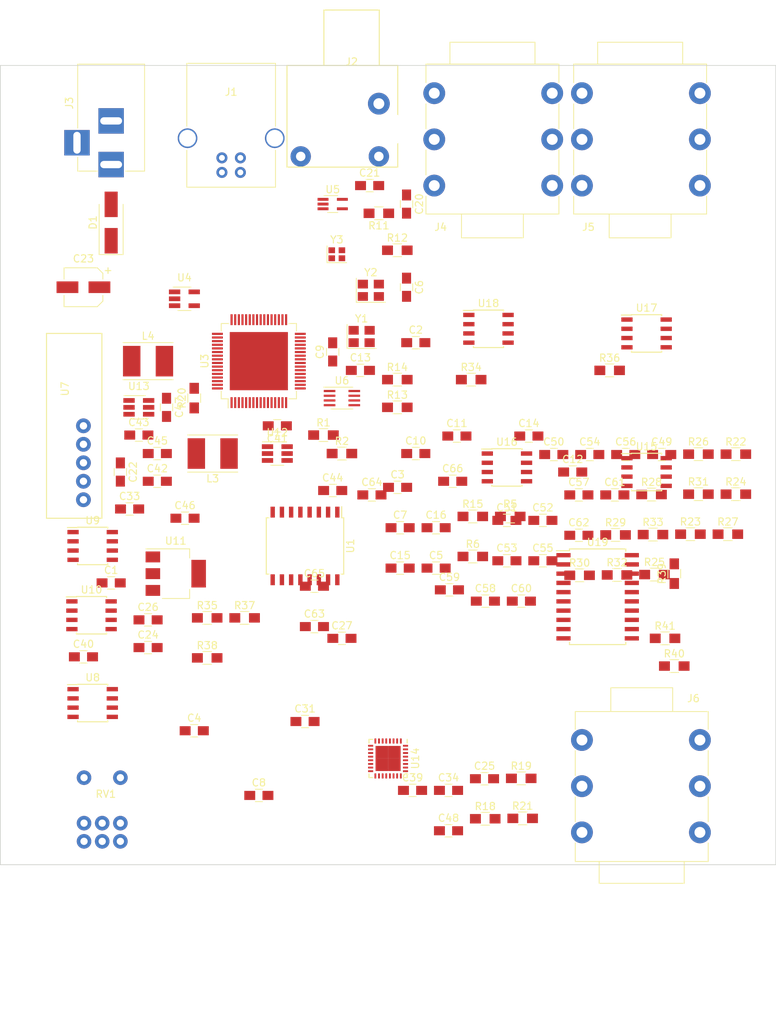
<source format=kicad_pcb>
(kicad_pcb (version 4) (host pcbnew 4.0.6)
  (layers (0 F.Cu signal) (31 B.Cu signal) (34 B.Paste user) (35 F.Paste user) (36 B.SilkS user) (37 F.SilkS user) (38 B.Mask user) (39 F.Mask user) (44 Edge.Cuts user))
  (net 0 "")
  (net 1 VCC)
  (net 2 GND)
  (net 3 +3V3)
  (net 4 GNDD)
  (net 5 +1V0)
  (net 6 "Net-(C14-Pad1)")
  (net 7 "Net-(C15-Pad1)")
  (net 8 "Net-(C20-Pad1)")
  (net 9 "Net-(C20-Pad2)")
  (net 10 "Net-(C22-Pad1)")
  (net 11 "Net-(C24-Pad2)")
  (net 12 +3.3VA)
  (net 13 +5V)
  (net 14 +12V)
  (net 15 -12V)
  (net 16 "Net-(C41-Pad1)")
  (net 17 "Net-(C41-Pad2)")
  (net 18 "Net-(C45-Pad1)")
  (net 19 "Net-(C45-Pad2)")
  (net 20 "Net-(C54-Pad2)")
  (net 21 "Net-(C55-Pad1)")
  (net 22 "Net-(C55-Pad2)")
  (net 23 "Net-(C56-Pad1)")
  (net 24 "Net-(C56-Pad2)")
  (net 25 "Net-(C57-Pad1)")
  (net 26 "Net-(C58-Pad1)")
  (net 27 /AK4452DAC/OUTL)
  (net 28 "Net-(C59-Pad2)")
  (net 29 /AK4452DAC/OUTR)
  (net 30 "Net-(C60-Pad2)")
  (net 31 "Net-(C61-Pad1)")
  (net 32 "Net-(C61-Pad2)")
  (net 33 "Net-(C62-Pad1)")
  (net 34 "Net-(C62-Pad2)")
  (net 35 +15V)
  (net 36 -12VA)
  (net 37 "Net-(D1-Pad2)")
  (net 38 "Net-(J1-Pad2)")
  (net 39 VBUS)
  (net 40 "Net-(J1-Pad3)")
  (net 41 "Net-(J4-Pad6)")
  (net 42 "Net-(J4-Pad5)")
  (net 43 "Net-(J4-Pad3)")
  (net 44 "Net-(J4-Pad2)")
  (net 45 "Net-(J5-Pad6)")
  (net 46 "Net-(J5-Pad5)")
  (net 47 "Net-(J5-Pad3)")
  (net 48 "Net-(J5-Pad2)")
  (net 49 "Net-(J6-Pad6)")
  (net 50 "Net-(J6-Pad4)")
  (net 51 "Net-(J6-Pad3)")
  (net 52 "Net-(J6-Pad1)")
  (net 53 "Net-(R1-Pad1)")
  (net 54 "Net-(R2-Pad1)")
  (net 55 /USB/~RST)
  (net 56 "Net-(R11-Pad2)")
  (net 57 "Net-(R13-Pad1)")
  (net 58 "Net-(R14-Pad1)")
  (net 59 "Net-(R15-Pad1)")
  (net 60 "Net-(R18-Pad1)")
  (net 61 "Net-(R20-Pad1)")
  (net 62 "Net-(R22-Pad2)")
  (net 63 "Net-(R23-Pad2)")
  (net 64 "Net-(R24-Pad2)")
  (net 65 "Net-(R25-Pad2)")
  (net 66 "/Balanced Out/INR")
  (net 67 "Net-(R34-Pad2)")
  (net 68 "Net-(R35-Pad2)")
  (net 69 "/Balanced Out/INL")
  (net 70 "Net-(R36-Pad2)")
  (net 71 "Net-(R37-Pad2)")
  (net 72 "Net-(R38-Pad2)")
  (net 73 "Net-(R39-Pad2)")
  (net 74 /AK4452DAC/MCLK)
  (net 75 "Net-(U1-Pad4)")
  (net 76 "Net-(U1-Pad5)")
  (net 77 "Net-(U1-Pad6)")
  (net 78 /USB/BCLK)
  (net 79 /AK4452DAC/DIN)
  (net 80 /AK4452DAC/LRCK)
  (net 81 "Net-(U3-Pad5)")
  (net 82 "Net-(U3-Pad6)")
  (net 83 "Net-(U3-Pad7)")
  (net 84 "Net-(U3-Pad8)")
  (net 85 "Net-(U3-Pad11)")
  (net 86 "Net-(U3-Pad12)")
  (net 87 "Net-(U3-Pad14)")
  (net 88 "Net-(U3-Pad16)")
  (net 89 "Net-(U3-Pad21)")
  (net 90 "Net-(U3-Pad28)")
  (net 91 "Net-(U3-Pad29)")
  (net 92 "Net-(U3-Pad30)")
  (net 93 "Net-(U3-Pad32)")
  (net 94 "Net-(U3-Pad33)")
  (net 95 "Net-(U3-Pad35)")
  (net 96 "Net-(U3-Pad36)")
  (net 97 "Net-(U3-Pad37)")
  (net 98 /USB/CSEL)
  (net 99 /USB/SPDIF)
  (net 100 "Net-(U3-Pad43)")
  (net 101 "Net-(U3-Pad45)")
  (net 102 "Net-(U3-Pad46)")
  (net 103 "Net-(U3-Pad47)")
  (net 104 "Net-(U3-Pad48)")
  (net 105 "Net-(U3-Pad49)")
  (net 106 "Net-(U3-Pad50)")
  (net 107 "Net-(U3-Pad51)")
  (net 108 "Net-(U3-Pad58)")
  (net 109 "Net-(U3-Pad60)")
  (net 110 "Net-(U3-Pad61)")
  (net 111 "Net-(U3-Pad62)")
  (net 112 "Net-(U3-Pad63)")
  (net 113 "Net-(U6-Pad1)")
  (net 114 "Net-(U6-Pad2)")
  (net 115 "Net-(U6-Pad3)")
  (net 116 "Net-(U8-Pad4)")
  (net 117 "Net-(U8-Pad5)")
  (net 118 "Net-(U9-Pad4)")
  (net 119 "Net-(U9-Pad5)")
  (net 120 "Net-(U10-Pad4)")
  (net 121 "Net-(U10-Pad8)")
  (net 122 "Net-(U14-Pad6)")
  (net 123 /AK4452DAC/MUTE)
  (net 124 /AK4452DAC/~PDN)
  (net 125 "Net-(U15-Pad1)")
  (net 126 "Net-(U16-Pad1)")
  (net 127 "Net-(Y1-Pad1)")
  (net 128 "Net-(Y2-Pad1)")
  (net 129 "Net-(Y3-Pad1)")
  (net 130 /USB/MCLK_INT)
  (module Capacitors_SMD:C_0805_HandSoldering (layer F.Cu) (at 104.14 121.92)
    (fp_text reference C1 (at 0 -1.75) (layer F.SilkS))
    (fp_text value 100n)
    (pad 1 smd rect (at -1.25 0) (size 1.5 1.25) (layers F.Cu F.Paste F.Mask) (net 1 VCC))
    (pad 2 smd rect (at 1.25 0) (size 1.5 1.25) (layers F.Cu F.Paste F.Mask) (net 2 GND))
  )
  (module Capacitors_SMD:C_0805_HandSoldering (layer F.Cu) (at 146.05 88.9)
    (fp_text reference C2 (at 0 -1.75) (layer F.SilkS))
    (fp_text value 10u)
    (pad 1 smd rect (at -1.25 0) (size 1.5 1.25) (layers F.Cu F.Paste F.Mask) (net 3 +3V3))
    (pad 2 smd rect (at 1.25 0) (size 1.5 1.25) (layers F.Cu F.Paste F.Mask) (net 4 GNDD))
  )
  (module Capacitors_SMD:C_0805_HandSoldering (layer F.Cu) (at 143.545002 108.784999)
    (fp_text reference C3 (at 0 -1.75) (layer F.SilkS))
    (fp_text value 100n)
    (pad 1 smd rect (at -1.25 0) (size 1.5 1.25) (layers F.Cu F.Paste F.Mask) (net 3 +3V3))
    (pad 2 smd rect (at 1.25 0) (size 1.5 1.25) (layers F.Cu F.Paste F.Mask) (net 4 GNDD))
  )
  (module Capacitors_SMD:C_0805_HandSoldering (layer F.Cu) (at 115.57 142.24)
    (fp_text reference C4 (at 0 -1.75) (layer F.SilkS))
    (fp_text value 100n)
    (pad 1 smd rect (at -1.25 0) (size 1.5 1.25) (layers F.Cu F.Paste F.Mask) (net 3 +3V3))
    (pad 2 smd rect (at 1.25 0) (size 1.5 1.25) (layers F.Cu F.Paste F.Mask) (net 4 GNDD))
  )
  (module Capacitors_SMD:C_0805_HandSoldering (layer F.Cu) (at 148.845002 119.884999)
    (fp_text reference C5 (at 0 -1.75) (layer F.SilkS))
    (fp_text value 100n)
    (pad 1 smd rect (at -1.25 0) (size 1.5 1.25) (layers F.Cu F.Paste F.Mask) (net 3 +3V3))
    (pad 2 smd rect (at 1.25 0) (size 1.5 1.25) (layers F.Cu F.Paste F.Mask) (net 4 GNDD))
  )
  (module Capacitors_SMD:C_0805_HandSoldering (layer F.Cu) (at 144.78 81.28 270)
    (fp_text reference C6 (at 0 -1.75 270) (layer F.SilkS))
    (fp_text value 100n)
    (pad 1 smd rect (at -1.25 0 270) (size 1.5 1.25) (layers F.Cu F.Paste F.Mask) (net 3 +3V3))
    (pad 2 smd rect (at 1.25 0 270) (size 1.5 1.25) (layers F.Cu F.Paste F.Mask) (net 4 GNDD))
  )
  (module Capacitors_SMD:C_0805_HandSoldering (layer F.Cu) (at 143.895002 114.334999)
    (fp_text reference C7 (at 0 -1.75) (layer F.SilkS))
    (fp_text value 100n)
    (pad 1 smd rect (at -1.25 0) (size 1.5 1.25) (layers F.Cu F.Paste F.Mask) (net 3 +3V3))
    (pad 2 smd rect (at 1.25 0) (size 1.5 1.25) (layers F.Cu F.Paste F.Mask) (net 4 GNDD))
  )
  (module Capacitors_SMD:C_0805_HandSoldering (layer F.Cu) (at 124.46 151.13)
    (fp_text reference C8 (at 0 -1.75) (layer F.SilkS))
    (fp_text value 100n)
    (pad 1 smd rect (at -1.25 0) (size 1.5 1.25) (layers F.Cu F.Paste F.Mask) (net 3 +3V3))
    (pad 2 smd rect (at 1.25 0) (size 1.5 1.25) (layers F.Cu F.Paste F.Mask) (net 4 GNDD))
  )
  (module Capacitors_SMD:C_0805_HandSoldering (layer F.Cu) (at 134.62 90.17 90)
    (fp_text reference C9 (at 0 -1.75 90) (layer F.SilkS))
    (fp_text value 100n)
    (pad 1 smd rect (at -1.25 0 90) (size 1.5 1.25) (layers F.Cu F.Paste F.Mask) (net 5 +1V0))
    (pad 2 smd rect (at 1.25 0 90) (size 1.5 1.25) (layers F.Cu F.Paste F.Mask) (net 4 GNDD))
  )
  (module Capacitors_SMD:C_0805_HandSoldering (layer F.Cu) (at 146.05 104.14)
    (fp_text reference C10 (at 0 -1.75) (layer F.SilkS))
    (fp_text value 100n)
    (pad 1 smd rect (at -1.25 0) (size 1.5 1.25) (layers F.Cu F.Paste F.Mask) (net 5 +1V0))
    (pad 2 smd rect (at 1.25 0) (size 1.5 1.25) (layers F.Cu F.Paste F.Mask) (net 4 GNDD))
  )
  (module Capacitors_SMD:C_0805_HandSoldering (layer F.Cu) (at 151.705002 101.734999)
    (fp_text reference C11 (at 0 -1.75) (layer F.SilkS))
    (fp_text value 100n)
    (pad 1 smd rect (at -1.25 0) (size 1.5 1.25) (layers F.Cu F.Paste F.Mask) (net 5 +1V0))
    (pad 2 smd rect (at 1.25 0) (size 1.5 1.25) (layers F.Cu F.Paste F.Mask) (net 4 GNDD))
  )
  (module Capacitors_SMD:C_0805_HandSoldering (layer F.Cu) (at 167.64 106.68)
    (fp_text reference C12 (at 0 -1.75) (layer F.SilkS))
    (fp_text value 100n)
    (pad 1 smd rect (at -1.25 0) (size 1.5 1.25) (layers F.Cu F.Paste F.Mask) (net 5 +1V0))
    (pad 2 smd rect (at 1.25 0) (size 1.5 1.25) (layers F.Cu F.Paste F.Mask) (net 4 GNDD))
  )
  (module Capacitors_SMD:C_0805_HandSoldering (layer F.Cu) (at 138.43 92.71)
    (fp_text reference C13 (at 0 -1.75) (layer F.SilkS))
    (fp_text value 10u)
    (pad 1 smd rect (at -1.25 0) (size 1.5 1.25) (layers F.Cu F.Paste F.Mask) (net 5 +1V0))
    (pad 2 smd rect (at 1.25 0) (size 1.5 1.25) (layers F.Cu F.Paste F.Mask) (net 4 GNDD))
  )
  (module Capacitors_SMD:C_0805_HandSoldering (layer F.Cu) (at 161.605002 101.734999)
    (fp_text reference C14 (at 0 -1.75) (layer F.SilkS))
    (fp_text value 100n)
    (pad 1 smd rect (at -1.25 0) (size 1.5 1.25) (layers F.Cu F.Paste F.Mask) (net 6 "Net-(C14-Pad1)"))
    (pad 2 smd rect (at 1.25 0) (size 1.5 1.25) (layers F.Cu F.Paste F.Mask) (net 4 GNDD))
  )
  (module Capacitors_SMD:C_0805_HandSoldering (layer F.Cu) (at 143.895002 119.884999)
    (fp_text reference C15 (at 0 -1.75) (layer F.SilkS))
    (fp_text value 100n)
    (pad 1 smd rect (at -1.25 0) (size 1.5 1.25) (layers F.Cu F.Paste F.Mask) (net 7 "Net-(C15-Pad1)"))
    (pad 2 smd rect (at 1.25 0) (size 1.5 1.25) (layers F.Cu F.Paste F.Mask) (net 4 GNDD))
  )
  (module Capacitors_SMD:C_0805_HandSoldering (layer F.Cu) (at 148.845002 114.334999)
    (fp_text reference C16 (at 0 -1.75) (layer F.SilkS))
    (fp_text value 100n)
    (pad 1 smd rect (at -1.25 0) (size 1.5 1.25) (layers F.Cu F.Paste F.Mask) (net 3 +3V3))
    (pad 2 smd rect (at 1.25 0) (size 1.5 1.25) (layers F.Cu F.Paste F.Mask) (net 4 GNDD))
  )
  (module Capacitors_SMD:C_0805_HandSoldering (layer F.Cu) (at 144.78 69.85 270)
    (fp_text reference C20 (at 0 -1.75 270) (layer F.SilkS))
    (fp_text value 100n)
    (pad 1 smd rect (at -1.25 0 270) (size 1.5 1.25) (layers F.Cu F.Paste F.Mask) (net 8 "Net-(C20-Pad1)"))
    (pad 2 smd rect (at 1.25 0 270) (size 1.5 1.25) (layers F.Cu F.Paste F.Mask) (net 9 "Net-(C20-Pad2)"))
  )
  (module Capacitors_SMD:C_0805_HandSoldering (layer F.Cu) (at 139.7 67.31)
    (fp_text reference C21 (at 0 -1.75) (layer F.SilkS))
    (fp_text value 100p)
    (pad 1 smd rect (at -1.25 0) (size 1.5 1.25) (layers F.Cu F.Paste F.Mask) (net 4 GNDD))
    (pad 2 smd rect (at 1.25 0) (size 1.5 1.25) (layers F.Cu F.Paste F.Mask) (net 8 "Net-(C20-Pad1)"))
  )
  (module Capacitors_SMD:C_0805_HandSoldering (layer F.Cu) (at 105.41 106.68 270)
    (fp_text reference C22 (at 0 -1.75 270) (layer F.SilkS))
    (fp_text value 22u)
    (pad 1 smd rect (at -1.25 0 270) (size 1.5 1.25) (layers F.Cu F.Paste F.Mask) (net 10 "Net-(C22-Pad1)"))
    (pad 2 smd rect (at 1.25 0 270) (size 1.5 1.25) (layers F.Cu F.Paste F.Mask) (net 2 GND))
  )
  (module Capacitors_SMD:CP_Elec_5x5.7 (layer F.Cu) (at 100.33 81.28 180)
    (fp_text reference C23 (at 0 3.92 180) (layer F.SilkS))
    (fp_text value 1000u)
    (fp_text user + (at -3.38 2.36 180) (layer F.SilkS))
    (pad 1 smd rect (at -2.2 0) (size 3 1.6) (layers F.Cu F.Paste F.Mask) (net 1 VCC))
    (pad 2 smd rect (at 2.2 0) (size 3 1.6) (layers F.Cu F.Paste F.Mask) (net 2 GND))
  )
  (module Capacitors_SMD:C_0805_HandSoldering (layer F.Cu) (at 109.22 130.81)
    (fp_text reference C24 (at 0 -1.75) (layer F.SilkS))
    (fp_text value 22u)
    (pad 1 smd rect (at -1.25 0) (size 1.5 1.25) (layers F.Cu F.Paste F.Mask) (net 2 GND))
    (pad 2 smd rect (at 1.25 0) (size 1.5 1.25) (layers F.Cu F.Paste F.Mask) (net 11 "Net-(C24-Pad2)"))
  )
  (module Capacitors_SMD:C_0805_HandSoldering (layer F.Cu) (at 155.505002 148.834999)
    (fp_text reference C25 (at 0 -1.75) (layer F.SilkS))
    (fp_text value 100n)
    (pad 1 smd rect (at -1.25 0) (size 1.5 1.25) (layers F.Cu F.Paste F.Mask) (net 1 VCC))
    (pad 2 smd rect (at 1.25 0) (size 1.5 1.25) (layers F.Cu F.Paste F.Mask) (net 2 GND))
  )
  (module Capacitors_SMD:C_0805_HandSoldering (layer F.Cu) (at 109.22 127)
    (fp_text reference C26 (at 0 -1.75) (layer F.SilkS))
    (fp_text value 100n)
    (pad 1 smd rect (at -1.25 0) (size 1.5 1.25) (layers F.Cu F.Paste F.Mask) (net 1 VCC))
    (pad 2 smd rect (at 1.25 0) (size 1.5 1.25) (layers F.Cu F.Paste F.Mask) (net 2 GND))
  )
  (module Capacitors_SMD:C_0805_HandSoldering (layer F.Cu) (at 135.89 129.54)
    (fp_text reference C27 (at 0 -1.75) (layer F.SilkS))
    (fp_text value 100n)
    (pad 1 smd rect (at -1.25 0) (size 1.5 1.25) (layers F.Cu F.Paste F.Mask) (net 12 +3.3VA))
    (pad 2 smd rect (at 1.25 0) (size 1.5 1.25) (layers F.Cu F.Paste F.Mask) (net 2 GND))
  )
  (module Capacitors_SMD:C_0805_HandSoldering (layer F.Cu) (at 130.81 140.97)
    (fp_text reference C31 (at 0 -1.75) (layer F.SilkS))
    (fp_text value 100n)
    (pad 1 smd rect (at -1.25 0) (size 1.5 1.25) (layers F.Cu F.Paste F.Mask) (net 13 +5V))
    (pad 2 smd rect (at 1.25 0) (size 1.5 1.25) (layers F.Cu F.Paste F.Mask) (net 2 GND))
  )
  (module Capacitors_SMD:C_0805_HandSoldering (layer F.Cu) (at 106.68 111.76)
    (fp_text reference C33 (at 0 -1.75) (layer F.SilkS))
    (fp_text value 100n)
    (pad 1 smd rect (at -1.25 0) (size 1.5 1.25) (layers F.Cu F.Paste F.Mask) (net 10 "Net-(C22-Pad1)"))
    (pad 2 smd rect (at 1.25 0) (size 1.5 1.25) (layers F.Cu F.Paste F.Mask) (net 2 GND))
  )
  (module Capacitors_SMD:C_0805_HandSoldering (layer F.Cu) (at 150.555002 150.434999)
    (fp_text reference C34 (at 0 -1.75) (layer F.SilkS))
    (fp_text value 100n)
    (pad 1 smd rect (at -1.25 0) (size 1.5 1.25) (layers F.Cu F.Paste F.Mask) (net 2 GND))
    (pad 2 smd rect (at 1.25 0) (size 1.5 1.25) (layers F.Cu F.Paste F.Mask) (net 11 "Net-(C24-Pad2)"))
  )
  (module Capacitors_SMD:C_0805_HandSoldering (layer F.Cu) (at 145.605002 150.434999)
    (fp_text reference C39 (at 0 -1.75) (layer F.SilkS))
    (fp_text value 100n)
    (pad 1 smd rect (at -1.25 0) (size 1.5 1.25) (layers F.Cu F.Paste F.Mask) (net 14 +12V))
    (pad 2 smd rect (at 1.25 0) (size 1.5 1.25) (layers F.Cu F.Paste F.Mask) (net 2 GND))
  )
  (module Capacitors_SMD:C_0805_HandSoldering (layer F.Cu) (at 100.33 132.08)
    (fp_text reference C40 (at 0 -1.75) (layer F.SilkS))
    (fp_text value 100n)
    (pad 1 smd rect (at -1.25 0) (size 1.5 1.25) (layers F.Cu F.Paste F.Mask) (net 2 GND))
    (pad 2 smd rect (at 1.25 0) (size 1.5 1.25) (layers F.Cu F.Paste F.Mask) (net 15 -12V))
  )
  (module Capacitors_SMD:C_0805_HandSoldering (layer F.Cu) (at 127 100.33 180)
    (fp_text reference C41 (at 0 -1.75 180) (layer F.SilkS))
    (fp_text value 100n)
    (pad 1 smd rect (at -1.25 0 180) (size 1.5 1.25) (layers F.Cu F.Paste F.Mask) (net 16 "Net-(C41-Pad1)"))
    (pad 2 smd rect (at 1.25 0 180) (size 1.5 1.25) (layers F.Cu F.Paste F.Mask) (net 17 "Net-(C41-Pad2)"))
  )
  (module Capacitors_SMD:C_0805_HandSoldering (layer F.Cu) (at 110.49 107.95)
    (fp_text reference C42 (at 0 -1.75) (layer F.SilkS))
    (fp_text value 100n)
    (pad 1 smd rect (at -1.25 0) (size 1.5 1.25) (layers F.Cu F.Paste F.Mask) (net 3 +3V3))
    (pad 2 smd rect (at 1.25 0) (size 1.5 1.25) (layers F.Cu F.Paste F.Mask) (net 4 GNDD))
  )
  (module Capacitors_SMD:C_0805_HandSoldering (layer F.Cu) (at 107.95 101.6)
    (fp_text reference C43 (at 0 -1.75) (layer F.SilkS))
    (fp_text value 47u)
    (pad 1 smd rect (at -1.25 0) (size 1.5 1.25) (layers F.Cu F.Paste F.Mask) (net 3 +3V3))
    (pad 2 smd rect (at 1.25 0) (size 1.5 1.25) (layers F.Cu F.Paste F.Mask) (net 4 GNDD))
  )
  (module Capacitors_SMD:C_0805_HandSoldering (layer F.Cu) (at 134.62 109.22)
    (fp_text reference C44 (at 0 -1.75) (layer F.SilkS))
    (fp_text value 47u)
    (pad 1 smd rect (at -1.25 0) (size 1.5 1.25) (layers F.Cu F.Paste F.Mask) (net 3 +3V3))
    (pad 2 smd rect (at 1.25 0) (size 1.5 1.25) (layers F.Cu F.Paste F.Mask) (net 4 GNDD))
  )
  (module Capacitors_SMD:C_0805_HandSoldering (layer F.Cu) (at 110.49 104.14)
    (fp_text reference C45 (at 0 -1.75) (layer F.SilkS))
    (fp_text value 100n)
    (pad 1 smd rect (at -1.25 0) (size 1.5 1.25) (layers F.Cu F.Paste F.Mask) (net 18 "Net-(C45-Pad1)"))
    (pad 2 smd rect (at 1.25 0) (size 1.5 1.25) (layers F.Cu F.Paste F.Mask) (net 19 "Net-(C45-Pad2)"))
  )
  (module Capacitors_SMD:C_0805_HandSoldering (layer F.Cu) (at 114.3 113.03)
    (fp_text reference C46 (at 0 -1.75) (layer F.SilkS))
    (fp_text value 100n)
    (pad 1 smd rect (at -1.25 0) (size 1.5 1.25) (layers F.Cu F.Paste F.Mask) (net 5 +1V0))
    (pad 2 smd rect (at 1.25 0) (size 1.5 1.25) (layers F.Cu F.Paste F.Mask) (net 4 GNDD))
  )
  (module Capacitors_SMD:C_0805_HandSoldering (layer F.Cu) (at 111.76 97.79 270)
    (fp_text reference C47 (at 0 -1.75 270) (layer F.SilkS))
    (fp_text value 47u)
    (pad 1 smd rect (at -1.25 0 270) (size 1.5 1.25) (layers F.Cu F.Paste F.Mask) (net 5 +1V0))
    (pad 2 smd rect (at 1.25 0 270) (size 1.5 1.25) (layers F.Cu F.Paste F.Mask) (net 4 GNDD))
  )
  (module Capacitors_SMD:C_0805_HandSoldering (layer F.Cu) (at 150.555002 155.984999)
    (fp_text reference C48 (at 0 -1.75) (layer F.SilkS))
    (fp_text value 47u)
    (pad 1 smd rect (at -1.25 0) (size 1.5 1.25) (layers F.Cu F.Paste F.Mask) (net 5 +1V0))
    (pad 2 smd rect (at 1.25 0) (size 1.5 1.25) (layers F.Cu F.Paste F.Mask) (net 4 GNDD))
  )
  (module Capacitors_SMD:C_0805_HandSoldering (layer F.Cu) (at 179.885002 104.274999)
    (fp_text reference C49 (at 0 -1.75) (layer F.SilkS))
    (fp_text value 100n)
    (pad 1 smd rect (at -1.25 0) (size 1.5 1.25) (layers F.Cu F.Paste F.Mask) (net 12 +3.3VA))
    (pad 2 smd rect (at 1.25 0) (size 1.5 1.25) (layers F.Cu F.Paste F.Mask) (net 2 GND))
  )
  (module Capacitors_SMD:C_0805_HandSoldering (layer F.Cu) (at 165.035002 104.274999)
    (fp_text reference C50 (at 0 -1.75) (layer F.SilkS))
    (fp_text value 10u)
    (pad 1 smd rect (at -1.25 0) (size 1.5 1.25) (layers F.Cu F.Paste F.Mask) (net 12 +3.3VA))
    (pad 2 smd rect (at 1.25 0) (size 1.5 1.25) (layers F.Cu F.Paste F.Mask) (net 2 GND))
  )
  (module Capacitors_SMD:C_0805_HandSoldering (layer F.Cu) (at 158.585002 113.324999)
    (fp_text reference C51 (at 0 -1.75) (layer F.SilkS))
    (fp_text value 100n)
    (pad 1 smd rect (at -1.25 0) (size 1.5 1.25) (layers F.Cu F.Paste F.Mask) (net 13 +5V))
    (pad 2 smd rect (at 1.25 0) (size 1.5 1.25) (layers F.Cu F.Paste F.Mask) (net 4 GNDD))
  )
  (module Capacitors_SMD:C_0805_HandSoldering (layer F.Cu) (at 163.535002 113.324999)
    (fp_text reference C52 (at 0 -1.75) (layer F.SilkS))
    (fp_text value 10u)
    (pad 1 smd rect (at -1.25 0) (size 1.5 1.25) (layers F.Cu F.Paste F.Mask) (net 13 +5V))
    (pad 2 smd rect (at 1.25 0) (size 1.5 1.25) (layers F.Cu F.Paste F.Mask) (net 4 GNDD))
  )
  (module Capacitors_SMD:C_0805_HandSoldering (layer F.Cu) (at 158.585002 118.874999)
    (fp_text reference C53 (at 0 -1.75) (layer F.SilkS))
    (fp_text value 100n)
    (pad 1 smd rect (at -1.25 0) (size 1.5 1.25) (layers F.Cu F.Paste F.Mask) (net 13 +5V))
    (pad 2 smd rect (at 1.25 0) (size 1.5 1.25) (layers F.Cu F.Paste F.Mask) (net 4 GNDD))
  )
  (module Capacitors_SMD:C_0805_HandSoldering (layer F.Cu) (at 169.985002 104.274999)
    (fp_text reference C54 (at 0 -1.75) (layer F.SilkS))
    (fp_text value 1u)
    (pad 1 smd rect (at -1.25 0) (size 1.5 1.25) (layers F.Cu F.Paste F.Mask) (net 4 GNDD))
    (pad 2 smd rect (at 1.25 0) (size 1.5 1.25) (layers F.Cu F.Paste F.Mask) (net 20 "Net-(C54-Pad2)"))
  )
  (module Capacitors_SMD:C_0805_HandSoldering (layer F.Cu) (at 163.535002 118.874999)
    (fp_text reference C55 (at 0 -1.75) (layer F.SilkS))
    (fp_text value 3n9)
    (pad 1 smd rect (at -1.25 0) (size 1.5 1.25) (layers F.Cu F.Paste F.Mask) (net 21 "Net-(C55-Pad1)"))
    (pad 2 smd rect (at 1.25 0) (size 1.5 1.25) (layers F.Cu F.Paste F.Mask) (net 22 "Net-(C55-Pad2)"))
  )
  (module Capacitors_SMD:C_0805_HandSoldering (layer F.Cu) (at 174.935002 104.274999)
    (fp_text reference C56 (at 0 -1.75) (layer F.SilkS))
    (fp_text value 3n9)
    (pad 1 smd rect (at -1.25 0) (size 1.5 1.25) (layers F.Cu F.Paste F.Mask) (net 23 "Net-(C56-Pad1)"))
    (pad 2 smd rect (at 1.25 0) (size 1.5 1.25) (layers F.Cu F.Paste F.Mask) (net 24 "Net-(C56-Pad2)"))
  )
  (module Capacitors_SMD:C_0805_HandSoldering (layer F.Cu) (at 168.485002 109.824999)
    (fp_text reference C57 (at 0 -1.75) (layer F.SilkS))
    (fp_text value 470p)
    (pad 1 smd rect (at -1.25 0) (size 1.5 1.25) (layers F.Cu F.Paste F.Mask) (net 25 "Net-(C57-Pad1)"))
    (pad 2 smd rect (at 1.25 0) (size 1.5 1.25) (layers F.Cu F.Paste F.Mask) (net 2 GND))
  )
  (module Capacitors_SMD:C_0805_HandSoldering (layer F.Cu) (at 155.625002 124.424999)
    (fp_text reference C58 (at 0 -1.75) (layer F.SilkS))
    (fp_text value 470p)
    (pad 1 smd rect (at -1.25 0) (size 1.5 1.25) (layers F.Cu F.Paste F.Mask) (net 26 "Net-(C58-Pad1)"))
    (pad 2 smd rect (at 1.25 0) (size 1.5 1.25) (layers F.Cu F.Paste F.Mask) (net 2 GND))
  )
  (module Capacitors_SMD:C_0805_HandSoldering (layer F.Cu) (at 150.675002 122.874999)
    (fp_text reference C59 (at 0 -1.75) (layer F.SilkS))
    (fp_text value 470p)
    (pad 1 smd rect (at -1.25 0) (size 1.5 1.25) (layers F.Cu F.Paste F.Mask) (net 27 /AK4452DAC/OUTL))
    (pad 2 smd rect (at 1.25 0) (size 1.5 1.25) (layers F.Cu F.Paste F.Mask) (net 28 "Net-(C59-Pad2)"))
  )
  (module Capacitors_SMD:C_0805_HandSoldering (layer F.Cu) (at 160.575002 124.424999)
    (fp_text reference C60 (at 0 -1.75) (layer F.SilkS))
    (fp_text value 470p)
    (pad 1 smd rect (at -1.25 0) (size 1.5 1.25) (layers F.Cu F.Paste F.Mask) (net 29 /AK4452DAC/OUTR))
    (pad 2 smd rect (at 1.25 0) (size 1.5 1.25) (layers F.Cu F.Paste F.Mask) (net 30 "Net-(C60-Pad2)"))
  )
  (module Capacitors_SMD:C_0805_HandSoldering (layer F.Cu) (at 173.435002 109.824999)
    (fp_text reference C61 (at 0 -1.75) (layer F.SilkS))
    (fp_text value 22p)
    (pad 1 smd rect (at -1.25 0) (size 1.5 1.25) (layers F.Cu F.Paste F.Mask) (net 31 "Net-(C61-Pad1)"))
    (pad 2 smd rect (at 1.25 0) (size 1.5 1.25) (layers F.Cu F.Paste F.Mask) (net 32 "Net-(C61-Pad2)"))
  )
  (module Capacitors_SMD:C_0805_HandSoldering (layer F.Cu) (at 168.485002 115.374999)
    (fp_text reference C62 (at 0 -1.75) (layer F.SilkS))
    (fp_text value 22p)
    (pad 1 smd rect (at -1.25 0) (size 1.5 1.25) (layers F.Cu F.Paste F.Mask) (net 33 "Net-(C62-Pad1)"))
    (pad 2 smd rect (at 1.25 0) (size 1.5 1.25) (layers F.Cu F.Paste F.Mask) (net 34 "Net-(C62-Pad2)"))
  )
  (module Capacitors_SMD:C_0805_HandSoldering (layer F.Cu) (at 132.105002 127.924999)
    (fp_text reference C63 (at 0 -1.75) (layer F.SilkS))
    (fp_text value 100n)
    (pad 1 smd rect (at -1.25 0) (size 1.5 1.25) (layers F.Cu F.Paste F.Mask) (net 35 +15V))
    (pad 2 smd rect (at 1.25 0) (size 1.5 1.25) (layers F.Cu F.Paste F.Mask) (net 2 GND))
  )
  (module Capacitors_SMD:C_0805_HandSoldering (layer F.Cu) (at 140.015002 109.824999)
    (fp_text reference C64 (at 0 -1.75) (layer F.SilkS))
    (fp_text value 100n)
    (pad 1 smd rect (at -1.25 0) (size 1.5 1.25) (layers F.Cu F.Paste F.Mask) (net 2 GND))
    (pad 2 smd rect (at 1.25 0) (size 1.5 1.25) (layers F.Cu F.Paste F.Mask) (net 36 -12VA))
  )
  (module Capacitors_SMD:C_0805_HandSoldering (layer F.Cu) (at 132.105002 122.374999)
    (fp_text reference C65 (at 0 -1.75) (layer F.SilkS))
    (fp_text value 100n)
    (pad 1 smd rect (at -1.25 0) (size 1.5 1.25) (layers F.Cu F.Paste F.Mask) (net 35 +15V))
    (pad 2 smd rect (at 1.25 0) (size 1.5 1.25) (layers F.Cu F.Paste F.Mask) (net 2 GND))
  )
  (module Capacitors_SMD:C_0805_HandSoldering (layer F.Cu) (at 151.13 107.95)
    (fp_text reference C66 (at 0 -1.75) (layer F.SilkS))
    (fp_text value 100n)
    (pad 1 smd rect (at -1.25 0) (size 1.5 1.25) (layers F.Cu F.Paste F.Mask) (net 2 GND))
    (pad 2 smd rect (at 1.25 0) (size 1.5 1.25) (layers F.Cu F.Paste F.Mask) (net 36 -12VA))
  )
  (module Diodes_SMD:D_SMA_Handsoldering (layer F.Cu) (at 104.14 72.39 90)
    (fp_text reference D1 (at 0 -2.5 90) (layer F.SilkS))
    (fp_text value SK34ATR)
    (pad 1 smd rect (at -2.5 0 90) (size 3.5 1.8) (layers F.Cu F.Paste F.Mask) (net 1 VCC))
    (pad 2 smd rect (at 2.5 0 90) (size 3.5 1.8) (layers F.Cu F.Paste F.Mask) (net 37 "Net-(D1-Pad2)"))
  )
  (module Connectors:USB_B (layer F.Cu) (at 119.38 65.5 90)
    (fp_text reference J1 (at 11.05 1.27 180) (layer F.SilkS))
    (fp_text value USB_B)
    (pad 2 thru_hole circle (at 0 2.54) (size 1.52 1.52) (drill 0.81) (layers *.Cu *.Mask) (net 38 "Net-(J1-Pad2)"))
    (pad 1 thru_hole circle (at 0 0) (size 1.52 1.52) (drill 0.81) (layers *.Cu *.Mask) (net 39 VBUS))
    (pad 4 thru_hole circle (at 2 0) (size 1.52 1.52) (drill 0.81) (layers *.Cu *.Mask) (net 4 GNDD))
    (pad 3 thru_hole circle (at 2 2.54) (size 1.52 1.52) (drill 0.81) (layers *.Cu *.Mask) (net 40 "Net-(J1-Pad3)"))
    (pad 5 thru_hole circle (at 4.7 7.27) (size 2.7 2.7) (drill 2.3) (layers *.Cu *.Mask) (net 4 GNDD))
    (pad 5 thru_hole circle (at 4.7 -4.73) (size 2.7 2.7) (drill 2.3) (layers *.Cu *.Mask) (net 4 GNDD))
  )
  (module dacparts:pjras1x1s_series (layer F.Cu) (at 137.22 50.8 180)
    (fp_text reference J2 (at 0 0.5 180) (layer F.SilkS))
    (fp_text value "SPDIF OUT")
    (pad "" np_thru_hole oval (at 6 -8.75 180) (size 2 4) (drill oval 2 4) (layers *.Cu *.Mask))
    (pad 2 thru_hole circle (at -3.75 -5.25 180) (size 3 3) (drill 1.5) (layers *.Cu *.Mask) (net 4 GNDD))
    (pad 1 thru_hole circle (at -3.75 -12.5 180) (size 2.8 2.8) (drill 1.3) (layers *.Cu *.Mask) (net 8 "Net-(C20-Pad1)"))
    (pad 3 thru_hole circle (at 7 -12.5 180) (size 2.8 2.8) (drill 1.3) (layers *.Cu *.Mask))
    (pad "" np_thru_hole oval (at -6 -8.75 180) (size 2 4) (drill oval 2 4) (layers *.Cu *.Mask))
  )
  (module Connectors:BARREL_JACK (layer F.Cu) (at 104.14 64.42 270)
    (fp_text reference J3 (at -8.45 5.75 450) (layer F.SilkS))
    (fp_text value BARREL_JACK)
    (pad 1 thru_hole rect (at 0 0 270) (size 3.5 3.5) (drill oval 1 3) (layers *.Cu *.Mask) (net 37 "Net-(D1-Pad2)"))
    (pad 2 thru_hole rect (at -6 0 270) (size 3.5 3.5) (drill oval 1 3) (layers *.Cu *.Mask) (net 2 GND))
    (pad 3 thru_hole rect (at -3 4.7 270) (size 3.5 3.5) (drill oval 3 1) (layers *.Cu *.Mask) (net 2 GND))
  )
  (module Connectors:NMJ6HCD2 (layer F.Cu) (at 148.59 54.61)
    (fp_text reference J4 (at 0.89 18.41) (layer F.SilkS))
    (fp_text value JACK_TRS_6PINS)
    (pad 6 thru_hole circle (at 16.23 6.35) (size 3 3) (drill 1.5) (layers *.Cu *.Mask) (net 41 "Net-(J4-Pad6)"))
    (pad 5 thru_hole circle (at 16.23 12.7) (size 3 3) (drill 1.5) (layers *.Cu *.Mask) (net 42 "Net-(J4-Pad5)"))
    (pad 4 thru_hole circle (at 16.23 0) (size 3 3) (drill 1.5) (layers *.Cu *.Mask) (net 2 GND))
    (pad 3 thru_hole circle (at 0 6.35) (size 3 3) (drill 1.5) (layers *.Cu *.Mask) (net 43 "Net-(J4-Pad3)"))
    (pad 2 thru_hole circle (at 0 12.7) (size 3 3) (drill 1.5) (layers *.Cu *.Mask) (net 44 "Net-(J4-Pad2)"))
    (pad 1 thru_hole circle (at 0 0) (size 3 3) (drill 1.5) (layers *.Cu *.Mask) (net 2 GND))
  )
  (module Connectors:NMJ6HCD2 (layer F.Cu) (at 168.91 54.61)
    (fp_text reference J5 (at 0.89 18.41) (layer F.SilkS))
    (fp_text value JACK_TRS_6PINS)
    (pad 6 thru_hole circle (at 16.23 6.35) (size 3 3) (drill 1.5) (layers *.Cu *.Mask) (net 45 "Net-(J5-Pad6)"))
    (pad 5 thru_hole circle (at 16.23 12.7) (size 3 3) (drill 1.5) (layers *.Cu *.Mask) (net 46 "Net-(J5-Pad5)"))
    (pad 4 thru_hole circle (at 16.23 0) (size 3 3) (drill 1.5) (layers *.Cu *.Mask) (net 2 GND))
    (pad 3 thru_hole circle (at 0 6.35) (size 3 3) (drill 1.5) (layers *.Cu *.Mask) (net 47 "Net-(J5-Pad3)"))
    (pad 2 thru_hole circle (at 0 12.7) (size 3 3) (drill 1.5) (layers *.Cu *.Mask) (net 48 "Net-(J5-Pad2)"))
    (pad 1 thru_hole circle (at 0 0) (size 3 3) (drill 1.5) (layers *.Cu *.Mask) (net 2 GND))
  )
  (module Connectors:NMJ6HCD2 (layer F.Cu) (at 185.14 156.21 180)
    (fp_text reference J6 (at 0.89 18.41 180) (layer F.SilkS))
    (fp_text value JACK_TRS_6PINS)
    (pad 6 thru_hole circle (at 16.23 6.35 180) (size 3 3) (drill 1.5) (layers *.Cu *.Mask) (net 49 "Net-(J6-Pad6)"))
    (pad 5 thru_hole circle (at 16.23 12.7 180) (size 3 3) (drill 1.5) (layers *.Cu *.Mask) (net 2 GND))
    (pad 4 thru_hole circle (at 16.23 0 180) (size 3 3) (drill 1.5) (layers *.Cu *.Mask) (net 50 "Net-(J6-Pad4)"))
    (pad 3 thru_hole circle (at 0 6.35 180) (size 3 3) (drill 1.5) (layers *.Cu *.Mask) (net 51 "Net-(J6-Pad3)"))
    (pad 2 thru_hole circle (at 0 12.7 180) (size 3 3) (drill 1.5) (layers *.Cu *.Mask) (net 2 GND))
    (pad 1 thru_hole circle (at 0 0 180) (size 3 3) (drill 1.5) (layers *.Cu *.Mask) (net 52 "Net-(J6-Pad1)"))
  )
  (module Inductors_SMD:L_Taiyo-Yuden_NR-50xx_HandSoldering (layer F.Cu) (at 118.11 104.14 180)
    (fp_text reference L3 (at 0 -3.45 180) (layer F.SilkS))
    (fp_text value 2u2)
    (pad 1 smd rect (at -2.25 0 180) (size 2.4 4.2) (layers F.Cu F.Paste F.Mask) (net 17 "Net-(C41-Pad2)"))
    (pad 2 smd rect (at 2.25 0 180) (size 2.4 4.2) (layers F.Cu F.Paste F.Mask) (net 3 +3V3))
  )
  (module Inductors_SMD:L_Taiyo-Yuden_NR-50xx_HandSoldering (layer F.Cu) (at 109.22 91.44)
    (fp_text reference L4 (at 0 -3.45) (layer F.SilkS))
    (fp_text value 2u2)
    (pad 1 smd rect (at -2.25 0) (size 2.4 4.2) (layers F.Cu F.Paste F.Mask) (net 19 "Net-(C45-Pad2)"))
    (pad 2 smd rect (at 2.25 0) (size 2.4 4.2) (layers F.Cu F.Paste F.Mask) (net 5 +1V0))
  )
  (module Resistors_SMD:R_0805_HandSoldering (layer F.Cu) (at 133.35 101.6)
    (fp_text reference R1 (at 0 -1.7) (layer F.SilkS))
    (fp_text value 0)
    (pad 1 smd rect (at -1.35 0) (size 1.5 1.3) (layers F.Cu F.Paste F.Mask) (net 53 "Net-(R1-Pad1)"))
    (pad 2 smd rect (at 1.35 0) (size 1.5 1.3) (layers F.Cu F.Paste F.Mask) (net 3 +3V3))
  )
  (module Resistors_SMD:R_0805_HandSoldering (layer F.Cu) (at 135.89 104.14)
    (fp_text reference R2 (at 0 -1.7) (layer F.SilkS))
    (fp_text value 43.2)
    (pad 1 smd rect (at -1.35 0) (size 1.5 1.3) (layers F.Cu F.Paste F.Mask) (net 54 "Net-(R2-Pad1)"))
    (pad 2 smd rect (at 1.35 0) (size 1.5 1.3) (layers F.Cu F.Paste F.Mask) (net 4 GNDD))
  )
  (module Resistors_SMD:R_0805_HandSoldering (layer F.Cu) (at 159.045002 112.784999)
    (fp_text reference R5 (at 0 -1.7) (layer F.SilkS))
    (fp_text value 4.7)
    (pad 1 smd rect (at -1.35 0) (size 1.5 1.3) (layers F.Cu F.Paste F.Mask) (net 6 "Net-(C14-Pad1)"))
    (pad 2 smd rect (at 1.35 0) (size 1.5 1.3) (layers F.Cu F.Paste F.Mask) (net 5 +1V0))
  )
  (module Resistors_SMD:R_0805_HandSoldering (layer F.Cu) (at 153.895002 118.284999)
    (fp_text reference R6 (at 0 -1.7) (layer F.SilkS))
    (fp_text value 1K)
    (pad 1 smd rect (at -1.35 0) (size 1.5 1.3) (layers F.Cu F.Paste F.Mask) (net 55 /USB/~RST))
    (pad 2 smd rect (at 1.35 0) (size 1.5 1.3) (layers F.Cu F.Paste F.Mask) (net 3 +3V3))
  )
  (module Resistors_SMD:R_0805_HandSoldering (layer F.Cu) (at 140.97 71.12 180)
    (fp_text reference R11 (at 0 -1.7 180) (layer F.SilkS))
    (fp_text value 220)
    (pad 1 smd rect (at -1.35 0 180) (size 1.5 1.3) (layers F.Cu F.Paste F.Mask) (net 9 "Net-(C20-Pad2)"))
    (pad 2 smd rect (at 1.35 0 180) (size 1.5 1.3) (layers F.Cu F.Paste F.Mask) (net 56 "Net-(R11-Pad2)"))
  )
  (module Resistors_SMD:R_0805_HandSoldering (layer F.Cu) (at 143.51 76.2)
    (fp_text reference R12 (at 0 -1.7) (layer F.SilkS))
    (fp_text value 220)
    (pad 1 smd rect (at -1.35 0) (size 1.5 1.3) (layers F.Cu F.Paste F.Mask) (net 4 GNDD))
    (pad 2 smd rect (at 1.35 0) (size 1.5 1.3) (layers F.Cu F.Paste F.Mask) (net 8 "Net-(C20-Pad1)"))
  )
  (module Resistors_SMD:R_0805_HandSoldering (layer F.Cu) (at 143.51 97.79)
    (fp_text reference R13 (at 0 -1.7) (layer F.SilkS))
    (fp_text value 0)
    (pad 1 smd rect (at -1.35 0) (size 1.5 1.3) (layers F.Cu F.Paste F.Mask) (net 57 "Net-(R13-Pad1)"))
    (pad 2 smd rect (at 1.35 0) (size 1.5 1.3) (layers F.Cu F.Paste F.Mask) (net 3 +3V3))
  )
  (module Resistors_SMD:R_0805_HandSoldering (layer F.Cu) (at 143.51 93.98)
    (fp_text reference R14 (at 0 -1.7) (layer F.SilkS))
    (fp_text value 0)
    (pad 1 smd rect (at -1.35 0) (size 1.5 1.3) (layers F.Cu F.Paste F.Mask) (net 58 "Net-(R14-Pad1)"))
    (pad 2 smd rect (at 1.35 0) (size 1.5 1.3) (layers F.Cu F.Paste F.Mask) (net 3 +3V3))
  )
  (module Resistors_SMD:R_0805_HandSoldering (layer F.Cu) (at 153.895002 112.784999)
    (fp_text reference R15 (at 0 -1.7) (layer F.SilkS))
    (fp_text value 0)
    (pad 1 smd rect (at -1.35 0) (size 1.5 1.3) (layers F.Cu F.Paste F.Mask) (net 59 "Net-(R15-Pad1)"))
    (pad 2 smd rect (at 1.35 0) (size 1.5 1.3) (layers F.Cu F.Paste F.Mask) (net 3 +3V3))
  )
  (module Resistors_SMD:R_0805_HandSoldering (layer F.Cu) (at 155.605002 154.334999)
    (fp_text reference R18 (at 0 -1.7) (layer F.SilkS))
    (fp_text value 33K2)
    (pad 1 smd rect (at -1.35 0) (size 1.5 1.3) (layers F.Cu F.Paste F.Mask) (net 60 "Net-(R18-Pad1)"))
    (pad 2 smd rect (at 1.35 0) (size 1.5 1.3) (layers F.Cu F.Paste F.Mask) (net 3 +3V3))
  )
  (module Resistors_SMD:R_0805_HandSoldering (layer F.Cu) (at 160.555002 148.784999)
    (fp_text reference R19 (at 0 -1.7) (layer F.SilkS))
    (fp_text value 10K2)
    (pad 1 smd rect (at -1.35 0) (size 1.5 1.3) (layers F.Cu F.Paste F.Mask) (net 4 GNDD))
    (pad 2 smd rect (at 1.35 0) (size 1.5 1.3) (layers F.Cu F.Paste F.Mask) (net 60 "Net-(R18-Pad1)"))
  )
  (module Resistors_SMD:R_0805_HandSoldering (layer F.Cu) (at 115.57 96.52 90)
    (fp_text reference R20 (at 0 -1.7 90) (layer F.SilkS))
    (fp_text value 3K74)
    (pad 1 smd rect (at -1.35 0 90) (size 1.5 1.3) (layers F.Cu F.Paste F.Mask) (net 61 "Net-(R20-Pad1)"))
    (pad 2 smd rect (at 1.35 0 90) (size 1.5 1.3) (layers F.Cu F.Paste F.Mask) (net 5 +1V0))
  )
  (module Resistors_SMD:R_0805_HandSoldering (layer F.Cu) (at 160.755002 154.284999)
    (fp_text reference R21 (at 0 -1.7) (layer F.SilkS))
    (fp_text value 10K)
    (pad 1 smd rect (at -1.35 0) (size 1.5 1.3) (layers F.Cu F.Paste F.Mask) (net 4 GNDD))
    (pad 2 smd rect (at 1.35 0) (size 1.5 1.3) (layers F.Cu F.Paste F.Mask) (net 61 "Net-(R20-Pad1)"))
  )
  (module Resistors_SMD:R_0805_HandSoldering (layer F.Cu) (at 190.085002 104.224999)
    (fp_text reference R22 (at 0 -1.7) (layer F.SilkS))
    (fp_text value 3K9)
    (pad 1 smd rect (at -1.35 0) (size 1.5 1.3) (layers F.Cu F.Paste F.Mask) (net 21 "Net-(C55-Pad1)"))
    (pad 2 smd rect (at 1.35 0) (size 1.5 1.3) (layers F.Cu F.Paste F.Mask) (net 62 "Net-(R22-Pad2)"))
  )
  (module Resistors_SMD:R_0805_HandSoldering (layer F.Cu) (at 183.835002 115.224999)
    (fp_text reference R23 (at 0 -1.7) (layer F.SilkS))
    (fp_text value 3K9)
    (pad 1 smd rect (at -1.35 0) (size 1.5 1.3) (layers F.Cu F.Paste F.Mask) (net 22 "Net-(C55-Pad2)"))
    (pad 2 smd rect (at 1.35 0) (size 1.5 1.3) (layers F.Cu F.Paste F.Mask) (net 63 "Net-(R23-Pad2)"))
  )
  (module Resistors_SMD:R_0805_HandSoldering (layer F.Cu) (at 190.085002 109.724999)
    (fp_text reference R24 (at 0 -1.7) (layer F.SilkS))
    (fp_text value 3K9)
    (pad 1 smd rect (at -1.35 0) (size 1.5 1.3) (layers F.Cu F.Paste F.Mask) (net 24 "Net-(C56-Pad2)"))
    (pad 2 smd rect (at 1.35 0) (size 1.5 1.3) (layers F.Cu F.Paste F.Mask) (net 64 "Net-(R24-Pad2)"))
  )
  (module Resistors_SMD:R_0805_HandSoldering (layer F.Cu) (at 178.885002 120.774999)
    (fp_text reference R25 (at 0 -1.7) (layer F.SilkS))
    (fp_text value 3K9)
    (pad 1 smd rect (at -1.35 0) (size 1.5 1.3) (layers F.Cu F.Paste F.Mask) (net 23 "Net-(C56-Pad1)"))
    (pad 2 smd rect (at 1.35 0) (size 1.5 1.3) (layers F.Cu F.Paste F.Mask) (net 65 "Net-(R25-Pad2)"))
  )
  (module Resistors_SMD:R_0805_HandSoldering (layer F.Cu) (at 184.935002 104.224999)
    (fp_text reference R26 (at 0 -1.7) (layer F.SilkS))
    (fp_text value 4K7)
    (pad 1 smd rect (at -1.35 0) (size 1.5 1.3) (layers F.Cu F.Paste F.Mask) (net 21 "Net-(C55-Pad1)"))
    (pad 2 smd rect (at 1.35 0) (size 1.5 1.3) (layers F.Cu F.Paste F.Mask) (net 2 GND))
  )
  (module Resistors_SMD:R_0805_HandSoldering (layer F.Cu) (at 188.985002 115.224999)
    (fp_text reference R27 (at 0 -1.7) (layer F.SilkS))
    (fp_text value 4K7)
    (pad 1 smd rect (at -1.35 0) (size 1.5 1.3) (layers F.Cu F.Paste F.Mask) (net 23 "Net-(C56-Pad1)"))
    (pad 2 smd rect (at 1.35 0) (size 1.5 1.3) (layers F.Cu F.Paste F.Mask) (net 2 GND))
  )
  (module Resistors_SMD:R_0805_HandSoldering (layer F.Cu) (at 178.485002 109.774999)
    (fp_text reference R28 (at 0 -1.7) (layer F.SilkS))
    (fp_text value 150)
    (pad 1 smd rect (at -1.35 0) (size 1.5 1.3) (layers F.Cu F.Paste F.Mask) (net 21 "Net-(C55-Pad1)"))
    (pad 2 smd rect (at 1.35 0) (size 1.5 1.3) (layers F.Cu F.Paste F.Mask) (net 25 "Net-(C57-Pad1)"))
  )
  (module Resistors_SMD:R_0805_HandSoldering (layer F.Cu) (at 173.535002 115.324999)
    (fp_text reference R29 (at 0 -1.7) (layer F.SilkS))
    (fp_text value 150)
    (pad 1 smd rect (at -1.35 0) (size 1.5 1.3) (layers F.Cu F.Paste F.Mask) (net 22 "Net-(C55-Pad2)"))
    (pad 2 smd rect (at 1.35 0) (size 1.5 1.3) (layers F.Cu F.Paste F.Mask) (net 28 "Net-(C59-Pad2)"))
  )
  (module Resistors_SMD:R_0805_HandSoldering (layer F.Cu) (at 168.585002 120.874999)
    (fp_text reference R30 (at 0 -1.7) (layer F.SilkS))
    (fp_text value 150)
    (pad 1 smd rect (at -1.35 0) (size 1.5 1.3) (layers F.Cu F.Paste F.Mask) (net 24 "Net-(C56-Pad2)"))
    (pad 2 smd rect (at 1.35 0) (size 1.5 1.3) (layers F.Cu F.Paste F.Mask) (net 30 "Net-(C60-Pad2)"))
  )
  (module Resistors_SMD:R_0805_HandSoldering (layer F.Cu) (at 184.935002 109.724999)
    (fp_text reference R31 (at 0 -1.7) (layer F.SilkS))
    (fp_text value 150)
    (pad 1 smd rect (at -1.35 0) (size 1.5 1.3) (layers F.Cu F.Paste F.Mask) (net 23 "Net-(C56-Pad1)"))
    (pad 2 smd rect (at 1.35 0) (size 1.5 1.3) (layers F.Cu F.Paste F.Mask) (net 26 "Net-(C58-Pad1)"))
  )
  (module Resistors_SMD:R_0805_HandSoldering (layer F.Cu) (at 173.735002 120.824999)
    (fp_text reference R32 (at 0 -1.7) (layer F.SilkS))
    (fp_text value 4K7)
    (pad 1 smd rect (at -1.35 0) (size 1.5 1.3) (layers F.Cu F.Paste F.Mask) (net 22 "Net-(C55-Pad2)"))
    (pad 2 smd rect (at 1.35 0) (size 1.5 1.3) (layers F.Cu F.Paste F.Mask) (net 27 /AK4452DAC/OUTL))
  )
  (module Resistors_SMD:R_0805_HandSoldering (layer F.Cu) (at 178.685002 115.274999)
    (fp_text reference R33 (at 0 -1.7) (layer F.SilkS))
    (fp_text value 4K7)
    (pad 1 smd rect (at -1.35 0) (size 1.5 1.3) (layers F.Cu F.Paste F.Mask) (net 24 "Net-(C56-Pad2)"))
    (pad 2 smd rect (at 1.35 0) (size 1.5 1.3) (layers F.Cu F.Paste F.Mask) (net 29 /AK4452DAC/OUTR))
  )
  (module Resistors_SMD:R_0805_HandSoldering (layer F.Cu) (at 153.67 93.98)
    (fp_text reference R34 (at 0 -1.7) (layer F.SilkS))
    (fp_text value 51)
    (pad 1 smd rect (at -1.35 0) (size 1.5 1.3) (layers F.Cu F.Paste F.Mask) (net 66 "/Balanced Out/INR"))
    (pad 2 smd rect (at 1.35 0) (size 1.5 1.3) (layers F.Cu F.Paste F.Mask) (net 67 "Net-(R34-Pad2)"))
  )
  (module Resistors_SMD:R_0805_HandSoldering (layer F.Cu) (at 117.355002 126.724999)
    (fp_text reference R35 (at 0 -1.7) (layer F.SilkS))
    (fp_text value 1K)
    (pad 1 smd rect (at -1.35 0) (size 1.5 1.3) (layers F.Cu F.Paste F.Mask) (net 2 GND))
    (pad 2 smd rect (at 1.35 0) (size 1.5 1.3) (layers F.Cu F.Paste F.Mask) (net 68 "Net-(R35-Pad2)"))
  )
  (module Resistors_SMD:R_0805_HandSoldering (layer F.Cu) (at 172.72 92.71)
    (fp_text reference R36 (at 0 -1.7) (layer F.SilkS))
    (fp_text value 51)
    (pad 1 smd rect (at -1.35 0) (size 1.5 1.3) (layers F.Cu F.Paste F.Mask) (net 69 "/Balanced Out/INL"))
    (pad 2 smd rect (at 1.35 0) (size 1.5 1.3) (layers F.Cu F.Paste F.Mask) (net 70 "Net-(R36-Pad2)"))
  )
  (module Resistors_SMD:R_0805_HandSoldering (layer F.Cu) (at 122.505002 126.724999)
    (fp_text reference R37 (at 0 -1.7) (layer F.SilkS))
    (fp_text value 1K)
    (pad 1 smd rect (at -1.35 0) (size 1.5 1.3) (layers F.Cu F.Paste F.Mask) (net 2 GND))
    (pad 2 smd rect (at 1.35 0) (size 1.5 1.3) (layers F.Cu F.Paste F.Mask) (net 71 "Net-(R37-Pad2)"))
  )
  (module Resistors_SMD:R_0805_HandSoldering (layer F.Cu) (at 117.355002 132.224999)
    (fp_text reference R38 (at 0 -1.7) (layer F.SilkS))
    (fp_text value 1K)
    (pad 1 smd rect (at -1.35 0) (size 1.5 1.3) (layers F.Cu F.Paste F.Mask) (net 68 "Net-(R35-Pad2)"))
    (pad 2 smd rect (at 1.35 0) (size 1.5 1.3) (layers F.Cu F.Paste F.Mask) (net 72 "Net-(R38-Pad2)"))
  )
  (module Resistors_SMD:R_0805_HandSoldering (layer F.Cu) (at 181.61 120.65 90)
    (fp_text reference R39 (at 0 -1.7 90) (layer F.SilkS))
    (fp_text value 1K)
    (pad 1 smd rect (at -1.35 0 90) (size 1.5 1.3) (layers F.Cu F.Paste F.Mask) (net 71 "Net-(R37-Pad2)"))
    (pad 2 smd rect (at 1.35 0 90) (size 1.5 1.3) (layers F.Cu F.Paste F.Mask) (net 73 "Net-(R39-Pad2)"))
  )
  (module Resistors_SMD:R_0805_HandSoldering (layer F.Cu) (at 181.61 133.35)
    (fp_text reference R40 (at 0 -1.7) (layer F.SilkS))
    (fp_text value 39.2)
    (pad 1 smd rect (at -1.35 0) (size 1.5 1.3) (layers F.Cu F.Paste F.Mask) (net 72 "Net-(R38-Pad2)"))
    (pad 2 smd rect (at 1.35 0) (size 1.5 1.3) (layers F.Cu F.Paste F.Mask) (net 51 "Net-(J6-Pad3)"))
  )
  (module Resistors_SMD:R_0805_HandSoldering (layer F.Cu) (at 180.34 129.54)
    (fp_text reference R41 (at 0 -1.7) (layer F.SilkS))
    (fp_text value 39.2)
    (pad 1 smd rect (at -1.35 0) (size 1.5 1.3) (layers F.Cu F.Paste F.Mask) (net 73 "Net-(R39-Pad2)"))
    (pad 2 smd rect (at 1.35 0) (size 1.5 1.3) (layers F.Cu F.Paste F.Mask) (net 52 "Net-(J6-Pad1)"))
  )
  (module dacparts:PTR90 (layer F.Cu) (at 102.91 154.94)
    (fp_text reference RV1 (at 0.5 -4) (layer F.SilkS))
    (fp_text value P10K)
    (pad 8 thru_hole circle (at 2.5 -6.25) (size 2 2) (drill 1) (layers *.Cu *.Mask))
    (pad 7 thru_hole circle (at -2.5 -6.25) (size 2 2) (drill 1) (layers *.Cu *.Mask))
    (pad 3 thru_hole circle (at 2.5 0) (size 2 2) (drill 1) (layers *.Cu *.Mask) (net 27 /AK4452DAC/OUTL))
    (pad 2 thru_hole circle (at 0 0) (size 2 2) (drill 1) (layers *.Cu *.Mask) (net 69 "/Balanced Out/INL"))
    (pad 4 thru_hole circle (at -2.5 2.5) (size 2 2) (drill 1) (layers *.Cu *.Mask) (net 2 GND))
    (pad 6 thru_hole circle (at 2.5 2.5) (size 2 2) (drill 1) (layers *.Cu *.Mask) (net 29 /AK4452DAC/OUTR))
    (pad 5 thru_hole circle (at 0 2.5) (size 2 2) (drill 1) (layers *.Cu *.Mask) (net 66 "/Balanced Out/INR"))
    (pad 1 thru_hole circle (at -2.5 0) (size 2 2) (drill 1) (layers *.Cu *.Mask) (net 2 GND))
  )
  (module Housings_SOIC:SOIC-16W_7.5x10.3mm_Pitch1.27mm (layer F.Cu) (at 130.81 116.84 270)
    (fp_text reference U1 (at 0 -6.25 270) (layer F.SilkS))
    (fp_text value ISO7340FC)
    (pad 1 smd rect (at -4.65 -4.445 270) (size 1.5 0.6) (layers F.Cu F.Paste F.Mask) (net 3 +3V3))
    (pad 2 smd rect (at -4.65 -3.175 270) (size 1.5 0.6) (layers F.Cu F.Paste F.Mask) (net 4 GNDD))
    (pad 3 smd rect (at -4.65 -1.905 270) (size 1.5 0.6) (layers F.Cu F.Paste F.Mask) (net 130 /USB/MCLK_INT))
    (pad 4 smd rect (at -4.65 -0.635 270) (size 1.5 0.6) (layers F.Cu F.Paste F.Mask) (net 75 "Net-(U1-Pad4)"))
    (pad 5 smd rect (at -4.65 0.635 270) (size 1.5 0.6) (layers F.Cu F.Paste F.Mask) (net 76 "Net-(U1-Pad5)"))
    (pad 6 smd rect (at -4.65 1.905 270) (size 1.5 0.6) (layers F.Cu F.Paste F.Mask) (net 77 "Net-(U1-Pad6)"))
    (pad 7 smd rect (at -4.65 3.175 270) (size 1.5 0.6) (layers F.Cu F.Paste F.Mask))
    (pad 8 smd rect (at -4.65 4.445 270) (size 1.5 0.6) (layers F.Cu F.Paste F.Mask) (net 4 GNDD))
    (pad 9 smd rect (at 4.65 4.445 270) (size 1.5 0.6) (layers F.Cu F.Paste F.Mask) (net 2 GND))
    (pad 10 smd rect (at 4.65 3.175 270) (size 1.5 0.6) (layers F.Cu F.Paste F.Mask) (net 12 +3.3VA))
    (pad 11 smd rect (at 4.65 1.905 270) (size 1.5 0.6) (layers F.Cu F.Paste F.Mask) (net 78 /USB/BCLK))
    (pad 12 smd rect (at 4.65 0.635 270) (size 1.5 0.6) (layers F.Cu F.Paste F.Mask) (net 79 /AK4452DAC/DIN))
    (pad 13 smd rect (at 4.65 -0.635 270) (size 1.5 0.6) (layers F.Cu F.Paste F.Mask) (net 80 /AK4452DAC/LRCK))
    (pad 14 smd rect (at 4.65 -1.905 270) (size 1.5 0.6) (layers F.Cu F.Paste F.Mask) (net 74 /AK4452DAC/MCLK))
    (pad 15 smd rect (at 4.65 -3.175 270) (size 1.5 0.6) (layers F.Cu F.Paste F.Mask) (net 2 GND))
    (pad 16 smd rect (at 4.65 -4.445 270) (size 1.5 0.6) (layers F.Cu F.Paste F.Mask) (net 12 +3.3VA))
  )
  (module Housings_QFP:TQFP-64-1EP_10x10mm_Pitch0.5mm (layer F.Cu) (at 124.46 91.44 90)
    (fp_text reference U3 (at 0 -7.45 90) (layer F.SilkS))
    (fp_text value XHRA-2HPA)
    (pad 1 smd rect (at -5.7 -3.75 90) (size 1.5 0.3) (layers F.Cu F.Paste F.Mask) (net 75 "Net-(U1-Pad4)"))
    (pad 2 smd rect (at -5.7 -3.25 90) (size 1.5 0.3) (layers F.Cu F.Paste F.Mask) (net 76 "Net-(U1-Pad5)"))
    (pad 3 smd rect (at -5.7 -2.75 90) (size 1.5 0.3) (layers F.Cu F.Paste F.Mask) (net 3 +3V3))
    (pad 4 smd rect (at -5.7 -2.25 90) (size 1.5 0.3) (layers F.Cu F.Paste F.Mask) (net 77 "Net-(U1-Pad6)"))
    (pad 5 smd rect (at -5.7 -1.75 90) (size 1.5 0.3) (layers F.Cu F.Paste F.Mask) (net 81 "Net-(U3-Pad5)"))
    (pad 6 smd rect (at -5.7 -1.25 90) (size 1.5 0.3) (layers F.Cu F.Paste F.Mask) (net 82 "Net-(U3-Pad6)"))
    (pad 7 smd rect (at -5.7 -0.75 90) (size 1.5 0.3) (layers F.Cu F.Paste F.Mask) (net 83 "Net-(U3-Pad7)"))
    (pad 8 smd rect (at -5.7 -0.25 90) (size 1.5 0.3) (layers F.Cu F.Paste F.Mask) (net 84 "Net-(U3-Pad8)"))
    (pad 9 smd rect (at -5.7 0.25 90) (size 1.5 0.3) (layers F.Cu F.Paste F.Mask) (net 5 +1V0))
    (pad 10 smd rect (at -5.7 0.75 90) (size 1.5 0.3) (layers F.Cu F.Paste F.Mask) (net 5 +1V0))
    (pad 11 smd rect (at -5.7 1.25 90) (size 1.5 0.3) (layers F.Cu F.Paste F.Mask) (net 85 "Net-(U3-Pad11)"))
    (pad 12 smd rect (at -5.7 1.75 90) (size 1.5 0.3) (layers F.Cu F.Paste F.Mask) (net 86 "Net-(U3-Pad12)"))
    (pad 13 smd rect (at -5.7 2.25 90) (size 1.5 0.3) (layers F.Cu F.Paste F.Mask) (net 3 +3V3))
    (pad 14 smd rect (at -5.7 2.75 90) (size 1.5 0.3) (layers F.Cu F.Paste F.Mask) (net 87 "Net-(U3-Pad14)"))
    (pad 15 smd rect (at -5.7 3.25 90) (size 1.5 0.3) (layers F.Cu F.Paste F.Mask) (net 53 "Net-(R1-Pad1)"))
    (pad 16 smd rect (at -5.7 3.75 90) (size 1.5 0.3) (layers F.Cu F.Paste F.Mask) (net 88 "Net-(U3-Pad16)"))
    (pad 17 smd rect (at -3.75 5.7 180) (size 1.5 0.3) (layers F.Cu F.Paste F.Mask) (net 57 "Net-(R13-Pad1)"))
    (pad 18 smd rect (at -3.25 5.7 180) (size 1.5 0.3) (layers F.Cu F.Paste F.Mask) (net 58 "Net-(R14-Pad1)"))
    (pad 19 smd rect (at -2.75 5.7 180) (size 1.5 0.3) (layers F.Cu F.Paste F.Mask) (net 59 "Net-(R15-Pad1)"))
    (pad 20 smd rect (at -2.25 5.7 180) (size 1.5 0.3) (layers F.Cu F.Paste F.Mask) (net 5 +1V0))
    (pad 21 smd rect (at -1.75 5.7 180) (size 1.5 0.3) (layers F.Cu F.Paste F.Mask) (net 89 "Net-(U3-Pad21)"))
    (pad 22 smd rect (at -1.25 5.7 180) (size 1.5 0.3) (layers F.Cu F.Paste F.Mask) (net 3 +3V3))
    (pad 23 smd rect (at -0.75 5.7 180) (size 1.5 0.3) (layers F.Cu F.Paste F.Mask) (net 39 VBUS))
    (pad 24 smd rect (at -0.25 5.7 180) (size 1.5 0.3) (layers F.Cu F.Paste F.Mask) (net 54 "Net-(R2-Pad1)"))
    (pad 25 smd rect (at 0.25 5.7 180) (size 1.5 0.3) (layers F.Cu F.Paste F.Mask) (net 40 "Net-(J1-Pad3)"))
    (pad 26 smd rect (at 0.75 5.7 180) (size 1.5 0.3) (layers F.Cu F.Paste F.Mask) (net 38 "Net-(J1-Pad2)"))
    (pad 27 smd rect (at 1.25 5.7 180) (size 1.5 0.3) (layers F.Cu F.Paste F.Mask) (net 5 +1V0))
    (pad 28 smd rect (at 1.75 5.7 180) (size 1.5 0.3) (layers F.Cu F.Paste F.Mask) (net 90 "Net-(U3-Pad28)"))
    (pad 29 smd rect (at 2.25 5.7 180) (size 1.5 0.3) (layers F.Cu F.Paste F.Mask) (net 91 "Net-(U3-Pad29)"))
    (pad 30 smd rect (at 2.75 5.7 180) (size 1.5 0.3) (layers F.Cu F.Paste F.Mask) (net 92 "Net-(U3-Pad30)"))
    (pad 31 smd rect (at 3.25 5.7 180) (size 1.5 0.3) (layers F.Cu F.Paste F.Mask) (net 5 +1V0))
    (pad 32 smd rect (at 3.75 5.7 180) (size 1.5 0.3) (layers F.Cu F.Paste F.Mask) (net 93 "Net-(U3-Pad32)"))
    (pad 33 smd rect (at 5.7 3.75 90) (size 1.5 0.3) (layers F.Cu F.Paste F.Mask) (net 94 "Net-(U3-Pad33)"))
    (pad 34 smd rect (at 5.7 3.25 90) (size 1.5 0.3) (layers F.Cu F.Paste F.Mask) (net 3 +3V3))
    (pad 35 smd rect (at 5.7 2.75 90) (size 1.5 0.3) (layers F.Cu F.Paste F.Mask) (net 95 "Net-(U3-Pad35)"))
    (pad 36 smd rect (at 5.7 2.25 90) (size 1.5 0.3) (layers F.Cu F.Paste F.Mask) (net 96 "Net-(U3-Pad36)"))
    (pad 37 smd rect (at 5.7 1.75 90) (size 1.5 0.3) (layers F.Cu F.Paste F.Mask) (net 97 "Net-(U3-Pad37)"))
    (pad 38 smd rect (at 5.7 1.25 90) (size 1.5 0.3) (layers F.Cu F.Paste F.Mask) (net 98 /USB/CSEL))
    (pad 39 smd rect (at 5.7 0.75 90) (size 1.5 0.3) (layers F.Cu F.Paste F.Mask) (net 5 +1V0))
    (pad 40 smd rect (at 5.7 0.25 90) (size 1.5 0.3) (layers F.Cu F.Paste F.Mask) (net 5 +1V0))
    (pad 41 smd rect (at 5.7 -0.25 90) (size 1.5 0.3) (layers F.Cu F.Paste F.Mask) (net 5 +1V0))
    (pad 42 smd rect (at 5.7 -0.75 90) (size 1.5 0.3) (layers F.Cu F.Paste F.Mask) (net 99 /USB/SPDIF))
    (pad 43 smd rect (at 5.7 -1.25 90) (size 1.5 0.3) (layers F.Cu F.Paste F.Mask) (net 100 "Net-(U3-Pad43)"))
    (pad 44 smd rect (at 5.7 -1.75 90) (size 1.5 0.3) (layers F.Cu F.Paste F.Mask) (net 3 +3V3))
    (pad 45 smd rect (at 5.7 -2.25 90) (size 1.5 0.3) (layers F.Cu F.Paste F.Mask) (net 101 "Net-(U3-Pad45)"))
    (pad 46 smd rect (at 5.7 -2.75 90) (size 1.5 0.3) (layers F.Cu F.Paste F.Mask) (net 102 "Net-(U3-Pad46)"))
    (pad 47 smd rect (at 5.7 -3.25 90) (size 1.5 0.3) (layers F.Cu F.Paste F.Mask) (net 103 "Net-(U3-Pad47)"))
    (pad 48 smd rect (at 5.7 -3.75 90) (size 1.5 0.3) (layers F.Cu F.Paste F.Mask) (net 104 "Net-(U3-Pad48)"))
    (pad 49 smd rect (at 3.75 -5.7 180) (size 1.5 0.3) (layers F.Cu F.Paste F.Mask) (net 105 "Net-(U3-Pad49)"))
    (pad 50 smd rect (at 3.25 -5.7 180) (size 1.5 0.3) (layers F.Cu F.Paste F.Mask) (net 106 "Net-(U3-Pad50)"))
    (pad 51 smd rect (at 2.75 -5.7 180) (size 1.5 0.3) (layers F.Cu F.Paste F.Mask) (net 107 "Net-(U3-Pad51)"))
    (pad 52 smd rect (at 2.25 -5.7 180) (size 1.5 0.3) (layers F.Cu F.Paste F.Mask) (net 5 +1V0))
    (pad 53 smd rect (at 1.75 -5.7 180) (size 1.5 0.3) (layers F.Cu F.Paste F.Mask) (net 6 "Net-(C14-Pad1)"))
    (pad 54 smd rect (at 1.25 -5.7 180) (size 1.5 0.3) (layers F.Cu F.Paste F.Mask) (net 4 GNDD))
    (pad 55 smd rect (at 0.75 -5.7 180) (size 1.5 0.3) (layers F.Cu F.Paste F.Mask) (net 3 +3V3))
    (pad 56 smd rect (at 0.25 -5.7 180) (size 1.5 0.3) (layers F.Cu F.Paste F.Mask) (net 5 +1V0))
    (pad 57 smd rect (at -0.25 -5.7 180) (size 1.5 0.3) (layers F.Cu F.Paste F.Mask) (net 55 /USB/~RST))
    (pad 58 smd rect (at -0.75 -5.7 180) (size 1.5 0.3) (layers F.Cu F.Paste F.Mask) (net 108 "Net-(U3-Pad58)"))
    (pad 59 smd rect (at -1.25 -5.7 180) (size 1.5 0.3) (layers F.Cu F.Paste F.Mask) (net 5 +1V0))
    (pad 60 smd rect (at -1.75 -5.7 180) (size 1.5 0.3) (layers F.Cu F.Paste F.Mask) (net 109 "Net-(U3-Pad60)"))
    (pad 61 smd rect (at -2.25 -5.7 180) (size 1.5 0.3) (layers F.Cu F.Paste F.Mask) (net 110 "Net-(U3-Pad61)"))
    (pad 62 smd rect (at -2.75 -5.7 180) (size 1.5 0.3) (layers F.Cu F.Paste F.Mask) (net 111 "Net-(U3-Pad62)"))
    (pad 63 smd rect (at -3.25 -5.7 180) (size 1.5 0.3) (layers F.Cu F.Paste F.Mask) (net 112 "Net-(U3-Pad63)"))
    (pad 64 smd rect (at -3.75 -5.7 180) (size 1.5 0.3) (layers F.Cu F.Paste F.Mask) (net 130 /USB/MCLK_INT))
    (pad 65 smd rect (at 0 0 270) (size 8 8) (layers F.Cu F.Paste F.Mask) (net 4 GNDD))
  )
  (module TO_SOT_Packages_SMD:SOT-23-5_HandSoldering (layer F.Cu) (at 114.22 82.87)
    (fp_text reference U4 (at 0 -2.9) (layer F.SilkS))
    (fp_text value NCP303LSN09T1G)
    (pad 1 smd rect (at -1.35 -0.95) (size 1.56 0.65) (layers F.Cu F.Paste F.Mask) (net 55 /USB/~RST))
    (pad 2 smd rect (at -1.35 0) (size 1.56 0.65) (layers F.Cu F.Paste F.Mask) (net 5 +1V0))
    (pad 3 smd rect (at -1.35 0.95) (size 1.56 0.65) (layers F.Cu F.Paste F.Mask) (net 4 GNDD))
    (pad 4 smd rect (at 1.35 0.95) (size 1.56 0.65) (layers F.Cu F.Paste F.Mask))
    (pad 5 smd rect (at 1.35 -0.95) (size 1.56 0.65) (layers F.Cu F.Paste F.Mask) (net 7 "Net-(C15-Pad1)"))
  )
  (module TO_SOT_Packages_SMD:SOT-353_SC-70-5_Handsoldering (layer F.Cu) (at 134.62 69.85)
    (fp_text reference U5 (at 0 -2) (layer F.SilkS))
    (fp_text value 74LVC1G79)
    (pad 1 smd rect (at -1.33 -0.65) (size 1.5 0.4) (layers F.Cu F.Paste F.Mask) (net 99 /USB/SPDIF))
    (pad 2 smd rect (at -1.33 0) (size 1.5 0.4) (layers F.Cu F.Paste F.Mask) (net 130 /USB/MCLK_INT))
    (pad 3 smd rect (at -1.33 0.65) (size 1.5 0.4) (layers F.Cu F.Paste F.Mask) (net 4 GNDD))
    (pad 4 smd rect (at 1.33 0.65) (size 1.5 0.4) (layers F.Cu F.Paste F.Mask) (net 56 "Net-(R11-Pad2)"))
    (pad 5 smd rect (at 1.33 -0.65) (size 1.5 0.4) (layers F.Cu F.Paste F.Mask) (net 3 +3V3))
  )
  (module Housings_SSOP:SSOP-8_2.95x2.8mm_Pitch0.65mm (layer F.Cu) (at 135.89 96.52)
    (fp_text reference U6 (at 0 -2.4) (layer F.SilkS))
    (fp_text value TC7WH157)
    (pad 1 smd rect (at -1.7 -0.975 270) (size 0.3 1.6) (layers F.Cu F.Paste F.Mask) (net 113 "Net-(U6-Pad1)"))
    (pad 2 smd rect (at -1.7 -0.325 270) (size 0.3 1.6) (layers F.Cu F.Paste F.Mask) (net 114 "Net-(U6-Pad2)"))
    (pad 3 smd rect (at -1.7 0.325 270) (size 0.3 1.6) (layers F.Cu F.Paste F.Mask) (net 115 "Net-(U6-Pad3)"))
    (pad 4 smd rect (at -1.7 0.975 270) (size 0.3 1.6) (layers F.Cu F.Paste F.Mask))
    (pad 5 smd rect (at 1.7 0.975 270) (size 0.3 1.6) (layers F.Cu F.Paste F.Mask) (net 130 /USB/MCLK_INT))
    (pad 6 smd rect (at 1.7 0.325 270) (size 0.3 1.6) (layers F.Cu F.Paste F.Mask) (net 98 /USB/CSEL))
    (pad 7 smd rect (at 1.7 -0.325 270) (size 0.3 1.6) (layers F.Cu F.Paste F.Mask) (net 4 GNDD))
    (pad 8 smd rect (at 1.7 -0.975 270) (size 0.3 1.6) (layers F.Cu F.Paste F.Mask) (net 3 +3V3))
  )
  (module dacparts:chinadcdc (layer F.Cu) (at 100.33 102.87 90)
    (fp_text reference U7 (at 7.62 -2.54 90) (layer F.SilkS))
    (fp_text value CHINADCDC)
    (pad 5 thru_hole circle (at 2.54 0 90) (size 2.032 2.032) (drill 1.016) (layers *.Cu *.Mask) (net 11 "Net-(C24-Pad2)"))
    (pad 4 thru_hole circle (at 0 0 90) (size 2.032 2.032) (drill 1.016) (layers *.Cu *.Mask) (net 2 GND))
    (pad 3 thru_hole circle (at -2.54 0 90) (size 2.032 2.032) (drill 1.016) (layers *.Cu *.Mask) (net 10 "Net-(C22-Pad1)"))
    (pad 2 thru_hole circle (at -5.08 0 90) (size 2.032 2.032) (drill 1.016) (layers *.Cu *.Mask) (net 2 GND))
    (pad 1 thru_hole circle (at -7.62 0 90) (size 2.032 2.032) (drill 1.016) (layers *.Cu *.Mask) (net 1 VCC))
  )
  (module Housings_SOIC:SOIC-8_3.9x4.9mm_Pitch1.27mm (layer F.Cu) (at 101.6 138.43)
    (fp_text reference U8 (at 0 -3.5) (layer F.SilkS))
    (fp_text value LM78L12_SO8)
    (pad 1 smd rect (at -2.7 -1.905) (size 1.55 0.6) (layers F.Cu F.Paste F.Mask) (net 14 +12V))
    (pad 2 smd rect (at -2.7 -0.635) (size 1.55 0.6) (layers F.Cu F.Paste F.Mask) (net 2 GND))
    (pad 3 smd rect (at -2.7 0.635) (size 1.55 0.6) (layers F.Cu F.Paste F.Mask) (net 2 GND))
    (pad 4 smd rect (at -2.7 1.905) (size 1.55 0.6) (layers F.Cu F.Paste F.Mask) (net 116 "Net-(U8-Pad4)"))
    (pad 5 smd rect (at 2.7 1.905) (size 1.55 0.6) (layers F.Cu F.Paste F.Mask) (net 117 "Net-(U8-Pad5)"))
    (pad 6 smd rect (at 2.7 0.635) (size 1.55 0.6) (layers F.Cu F.Paste F.Mask) (net 2 GND))
    (pad 7 smd rect (at 2.7 -0.635) (size 1.55 0.6) (layers F.Cu F.Paste F.Mask) (net 2 GND))
    (pad 8 smd rect (at 2.7 -1.905) (size 1.55 0.6) (layers F.Cu F.Paste F.Mask) (net 10 "Net-(C22-Pad1)"))
  )
  (module Housings_SOIC:SOIC-8_3.9x4.9mm_Pitch1.27mm (layer F.Cu) (at 101.6 116.84)
    (fp_text reference U9 (at 0 -3.5) (layer F.SilkS))
    (fp_text value L78L05_SO8)
    (pad 1 smd rect (at -2.7 -1.905) (size 1.55 0.6) (layers F.Cu F.Paste F.Mask) (net 13 +5V))
    (pad 2 smd rect (at -2.7 -0.635) (size 1.55 0.6) (layers F.Cu F.Paste F.Mask) (net 2 GND))
    (pad 3 smd rect (at -2.7 0.635) (size 1.55 0.6) (layers F.Cu F.Paste F.Mask) (net 2 GND))
    (pad 4 smd rect (at -2.7 1.905) (size 1.55 0.6) (layers F.Cu F.Paste F.Mask) (net 118 "Net-(U9-Pad4)"))
    (pad 5 smd rect (at 2.7 1.905) (size 1.55 0.6) (layers F.Cu F.Paste F.Mask) (net 119 "Net-(U9-Pad5)"))
    (pad 6 smd rect (at 2.7 0.635) (size 1.55 0.6) (layers F.Cu F.Paste F.Mask) (net 2 GND))
    (pad 7 smd rect (at 2.7 -0.635) (size 1.55 0.6) (layers F.Cu F.Paste F.Mask) (net 2 GND))
    (pad 8 smd rect (at 2.7 -1.905) (size 1.55 0.6) (layers F.Cu F.Paste F.Mask) (net 1 VCC))
  )
  (module Housings_SOIC:SOIC-8_3.9x4.9mm_Pitch1.27mm (layer F.Cu) (at 101.44 126.365)
    (fp_text reference U10 (at 0 -3.5) (layer F.SilkS))
    (fp_text value L79L12_SO8)
    (pad 1 smd rect (at -2.7 -1.905) (size 1.55 0.6) (layers F.Cu F.Paste F.Mask) (net 15 -12V))
    (pad 2 smd rect (at -2.7 -0.635) (size 1.55 0.6) (layers F.Cu F.Paste F.Mask) (net 11 "Net-(C24-Pad2)"))
    (pad 3 smd rect (at -2.7 0.635) (size 1.55 0.6) (layers F.Cu F.Paste F.Mask) (net 11 "Net-(C24-Pad2)"))
    (pad 4 smd rect (at -2.7 1.905) (size 1.55 0.6) (layers F.Cu F.Paste F.Mask) (net 120 "Net-(U10-Pad4)"))
    (pad 5 smd rect (at 2.7 1.905) (size 1.55 0.6) (layers F.Cu F.Paste F.Mask) (net 2 GND))
    (pad 6 smd rect (at 2.7 0.635) (size 1.55 0.6) (layers F.Cu F.Paste F.Mask) (net 11 "Net-(C24-Pad2)"))
    (pad 7 smd rect (at 2.7 -0.635) (size 1.55 0.6) (layers F.Cu F.Paste F.Mask) (net 11 "Net-(C24-Pad2)"))
    (pad 8 smd rect (at 2.7 -1.905) (size 1.55 0.6) (layers F.Cu F.Paste F.Mask) (net 121 "Net-(U10-Pad8)"))
  )
  (module TO_SOT_Packages_SMD:SOT-223-3_TabPin2 (layer F.Cu) (at 113.03 120.65)
    (fp_text reference U11 (at 0 -4.5) (layer F.SilkS))
    (fp_text value AP1117-33)
    (pad 2 smd rect (at 3.15 0) (size 2 3.8) (layers F.Cu F.Paste F.Mask) (net 12 +3.3VA))
    (pad 2 smd rect (at -3.15 0) (size 2 1.5) (layers F.Cu F.Paste F.Mask) (net 12 +3.3VA))
    (pad 3 smd rect (at -3.15 2.3) (size 2 1.5) (layers F.Cu F.Paste F.Mask) (net 1 VCC))
    (pad 1 smd rect (at -3.15 -2.3) (size 2 1.5) (layers F.Cu F.Paste F.Mask) (net 2 GND))
  )
  (module TO_SOT_Packages_SMD:SOT-23-6_Handsoldering (layer F.Cu) (at 127 104.14)
    (fp_text reference U12 (at 0 -2.9) (layer F.SilkS))
    (fp_text value TPS563209)
    (pad 1 smd rect (at -1.35 -0.95) (size 1.56 0.65) (layers F.Cu F.Paste F.Mask) (net 4 GNDD))
    (pad 2 smd rect (at -1.35 0) (size 1.56 0.65) (layers F.Cu F.Paste F.Mask) (net 17 "Net-(C41-Pad2)"))
    (pad 3 smd rect (at -1.35 0.95) (size 1.56 0.65) (layers F.Cu F.Paste F.Mask) (net 39 VBUS))
    (pad 4 smd rect (at 1.35 0.95) (size 1.56 0.65) (layers F.Cu F.Paste F.Mask) (net 60 "Net-(R18-Pad1)"))
    (pad 6 smd rect (at 1.35 -0.95) (size 1.56 0.65) (layers F.Cu F.Paste F.Mask) (net 16 "Net-(C41-Pad1)"))
    (pad 5 smd rect (at 1.35 0) (size 1.56 0.65) (layers F.Cu F.Paste F.Mask) (net 39 VBUS))
  )
  (module TO_SOT_Packages_SMD:SOT-23-6_Handsoldering (layer F.Cu) (at 107.95 97.79)
    (fp_text reference U13 (at 0 -2.9) (layer F.SilkS))
    (fp_text value TPS563209)
    (pad 1 smd rect (at -1.35 -0.95) (size 1.56 0.65) (layers F.Cu F.Paste F.Mask) (net 4 GNDD))
    (pad 2 smd rect (at -1.35 0) (size 1.56 0.65) (layers F.Cu F.Paste F.Mask) (net 19 "Net-(C45-Pad2)"))
    (pad 3 smd rect (at -1.35 0.95) (size 1.56 0.65) (layers F.Cu F.Paste F.Mask) (net 39 VBUS))
    (pad 4 smd rect (at 1.35 0.95) (size 1.56 0.65) (layers F.Cu F.Paste F.Mask) (net 61 "Net-(R20-Pad1)"))
    (pad 6 smd rect (at 1.35 -0.95) (size 1.56 0.65) (layers F.Cu F.Paste F.Mask) (net 18 "Net-(C45-Pad1)"))
    (pad 5 smd rect (at 1.35 0) (size 1.56 0.65) (layers F.Cu F.Paste F.Mask) (net 3 +3V3))
  )
  (module Housings_DFN_QFN:QFN-32-1EP_5x5mm_Pitch0.5mm (layer F.Cu) (at 142.24 146.05 270)
    (fp_text reference U14 (at 0 -3.75 270) (layer F.SilkS))
    (fp_text value AK4452)
    (pad 1 smd rect (at -2.4 -1.75 270) (size 0.7 0.25) (layers F.Cu F.Paste F.Mask) (net 74 /AK4452DAC/MCLK))
    (pad 2 smd rect (at -2.4 -1.25 270) (size 0.7 0.25) (layers F.Cu F.Paste F.Mask) (net 78 /USB/BCLK))
    (pad 3 smd rect (at -2.4 -0.75 270) (size 0.7 0.25) (layers F.Cu F.Paste F.Mask) (net 80 /AK4452DAC/LRCK))
    (pad 4 smd rect (at -2.4 -0.25 270) (size 0.7 0.25) (layers F.Cu F.Paste F.Mask) (net 79 /AK4452DAC/DIN))
    (pad 5 smd rect (at -2.4 0.25 270) (size 0.7 0.25) (layers F.Cu F.Paste F.Mask) (net 2 GND))
    (pad 6 smd rect (at -2.4 0.75 270) (size 0.7 0.25) (layers F.Cu F.Paste F.Mask) (net 122 "Net-(U14-Pad6)"))
    (pad 7 smd rect (at -2.4 1.25 270) (size 0.7 0.25) (layers F.Cu F.Paste F.Mask) (net 123 /AK4452DAC/MUTE))
    (pad 8 smd rect (at -2.4 1.75 270) (size 0.7 0.25) (layers F.Cu F.Paste F.Mask) (net 4 GNDD))
    (pad 9 smd rect (at -1.75 2.4) (size 0.7 0.25) (layers F.Cu F.Paste F.Mask) (net 4 GNDD))
    (pad 10 smd rect (at -1.25 2.4) (size 0.7 0.25) (layers F.Cu F.Paste F.Mask) (net 4 GNDD))
    (pad 11 smd rect (at -0.75 2.4) (size 0.7 0.25) (layers F.Cu F.Paste F.Mask) (net 12 +3.3VA))
    (pad 12 smd rect (at -0.25 2.4) (size 0.7 0.25) (layers F.Cu F.Paste F.Mask) (net 12 +3.3VA))
    (pad 13 smd rect (at 0.25 2.4) (size 0.7 0.25) (layers F.Cu F.Paste F.Mask) (net 12 +3.3VA))
    (pad 14 smd rect (at 0.75 2.4) (size 0.7 0.25) (layers F.Cu F.Paste F.Mask))
    (pad 15 smd rect (at 1.25 2.4) (size 0.7 0.25) (layers F.Cu F.Paste F.Mask) (net 62 "Net-(R22-Pad2)"))
    (pad 16 smd rect (at 1.75 2.4) (size 0.7 0.25) (layers F.Cu F.Paste F.Mask) (net 2 GND))
    (pad 17 smd rect (at 2.4 1.75 270) (size 0.7 0.25) (layers F.Cu F.Paste F.Mask) (net 13 +5V))
    (pad 18 smd rect (at 2.4 1.25 270) (size 0.7 0.25) (layers F.Cu F.Paste F.Mask) (net 64 "Net-(R24-Pad2)"))
    (pad 19 smd rect (at 2.4 0.75 270) (size 0.7 0.25) (layers F.Cu F.Paste F.Mask) (net 65 "Net-(R25-Pad2)"))
    (pad 20 smd rect (at 2.4 0.25 270) (size 0.7 0.25) (layers F.Cu F.Paste F.Mask) (net 2 GND))
    (pad 21 smd rect (at 2.4 -0.25 270) (size 0.7 0.25) (layers F.Cu F.Paste F.Mask) (net 13 +5V))
    (pad 22 smd rect (at 2.4 -0.75 270) (size 0.7 0.25) (layers F.Cu F.Paste F.Mask) (net 2 GND))
    (pad 23 smd rect (at 2.4 -1.25 270) (size 0.7 0.25) (layers F.Cu F.Paste F.Mask) (net 2 GND))
    (pad 24 smd rect (at 2.4 -1.75 270) (size 0.7 0.25) (layers F.Cu F.Paste F.Mask) (net 2 GND))
    (pad 25 smd rect (at 1.75 -2.4) (size 0.7 0.25) (layers F.Cu F.Paste F.Mask))
    (pad 26 smd rect (at 1.25 -2.4) (size 0.7 0.25) (layers F.Cu F.Paste F.Mask) (net 2 GND))
    (pad 27 smd rect (at 0.75 -2.4) (size 0.7 0.25) (layers F.Cu F.Paste F.Mask) (net 2 GND))
    (pad 28 smd rect (at 0.25 -2.4) (size 0.7 0.25) (layers F.Cu F.Paste F.Mask) (net 12 +3.3VA))
    (pad 29 smd rect (at -0.25 -2.4) (size 0.7 0.25) (layers F.Cu F.Paste F.Mask) (net 12 +3.3VA))
    (pad 30 smd rect (at -0.75 -2.4) (size 0.7 0.25) (layers F.Cu F.Paste F.Mask) (net 4 GNDD))
    (pad 31 smd rect (at -1.25 -2.4) (size 0.7 0.25) (layers F.Cu F.Paste F.Mask) (net 20 "Net-(C54-Pad2)"))
    (pad 32 smd rect (at -1.75 -2.4) (size 0.7 0.25) (layers F.Cu F.Paste F.Mask) (net 124 /AK4452DAC/~PDN))
    (pad 33 smd rect (at 0.8625 0.8625 270) (size 1.725 1.725) (layers F.Cu F.Paste F.Mask))
    (pad 33 smd rect (at 0.8625 -0.8625 270) (size 1.725 1.725) (layers F.Cu F.Paste F.Mask))
    (pad 33 smd rect (at -0.8625 0.8625 270) (size 1.725 1.725) (layers F.Cu F.Paste F.Mask))
    (pad 33 smd rect (at -0.8625 -0.8625 270) (size 1.725 1.725) (layers F.Cu F.Paste F.Mask))
  )
  (module Housings_SOIC:SOIC-8_3.9x4.9mm_Pitch1.27mm (layer F.Cu) (at 177.8 106.68)
    (fp_text reference U15 (at 0 -3.5) (layer F.SilkS))
    (fp_text value NE5534)
    (pad 1 smd rect (at -2.7 -1.905) (size 1.55 0.6) (layers F.Cu F.Paste F.Mask) (net 125 "Net-(U15-Pad1)"))
    (pad 2 smd rect (at -2.7 -0.635) (size 1.55 0.6) (layers F.Cu F.Paste F.Mask) (net 28 "Net-(C59-Pad2)"))
    (pad 3 smd rect (at -2.7 0.635) (size 1.55 0.6) (layers F.Cu F.Paste F.Mask) (net 25 "Net-(C57-Pad1)"))
    (pad 4 smd rect (at -2.7 1.905) (size 1.55 0.6) (layers F.Cu F.Paste F.Mask) (net 36 -12VA))
    (pad 5 smd rect (at 2.7 1.905) (size 1.55 0.6) (layers F.Cu F.Paste F.Mask) (net 31 "Net-(C61-Pad1)"))
    (pad 6 smd rect (at 2.7 0.635) (size 1.55 0.6) (layers F.Cu F.Paste F.Mask) (net 27 /AK4452DAC/OUTL))
    (pad 7 smd rect (at 2.7 -0.635) (size 1.55 0.6) (layers F.Cu F.Paste F.Mask) (net 35 +15V))
    (pad 8 smd rect (at 2.7 -1.905) (size 1.55 0.6) (layers F.Cu F.Paste F.Mask) (net 32 "Net-(C61-Pad2)"))
  )
  (module Housings_SOIC:SOIC-8_3.9x4.9mm_Pitch1.27mm (layer F.Cu) (at 158.59 106.045)
    (fp_text reference U16 (at 0 -3.5) (layer F.SilkS))
    (fp_text value NE5534)
    (pad 1 smd rect (at -2.7 -1.905) (size 1.55 0.6) (layers F.Cu F.Paste F.Mask) (net 126 "Net-(U16-Pad1)"))
    (pad 2 smd rect (at -2.7 -0.635) (size 1.55 0.6) (layers F.Cu F.Paste F.Mask) (net 30 "Net-(C60-Pad2)"))
    (pad 3 smd rect (at -2.7 0.635) (size 1.55 0.6) (layers F.Cu F.Paste F.Mask) (net 26 "Net-(C58-Pad1)"))
    (pad 4 smd rect (at -2.7 1.905) (size 1.55 0.6) (layers F.Cu F.Paste F.Mask) (net 36 -12VA))
    (pad 5 smd rect (at 2.7 1.905) (size 1.55 0.6) (layers F.Cu F.Paste F.Mask) (net 33 "Net-(C62-Pad1)"))
    (pad 6 smd rect (at 2.7 0.635) (size 1.55 0.6) (layers F.Cu F.Paste F.Mask) (net 29 /AK4452DAC/OUTR))
    (pad 7 smd rect (at 2.7 -0.635) (size 1.55 0.6) (layers F.Cu F.Paste F.Mask) (net 35 +15V))
    (pad 8 smd rect (at 2.7 -1.905) (size 1.55 0.6) (layers F.Cu F.Paste F.Mask) (net 34 "Net-(C62-Pad2)"))
  )
  (module Housings_SOIC:SOIC-8_3.9x4.9mm_Pitch1.27mm (layer F.Cu) (at 177.8 87.63)
    (fp_text reference U17 (at 0 -3.5) (layer F.SilkS))
    (fp_text value DRV135)
    (pad 1 smd rect (at -2.7 -1.905) (size 1.55 0.6) (layers F.Cu F.Paste F.Mask) (net 47 "Net-(J5-Pad3)"))
    (pad 2 smd rect (at -2.7 -0.635) (size 1.55 0.6) (layers F.Cu F.Paste F.Mask) (net 47 "Net-(J5-Pad3)"))
    (pad 3 smd rect (at -2.7 0.635) (size 1.55 0.6) (layers F.Cu F.Paste F.Mask) (net 2 GND))
    (pad 4 smd rect (at -2.7 1.905) (size 1.55 0.6) (layers F.Cu F.Paste F.Mask) (net 69 "/Balanced Out/INL"))
    (pad 5 smd rect (at 2.7 1.905) (size 1.55 0.6) (layers F.Cu F.Paste F.Mask) (net 36 -12VA))
    (pad 6 smd rect (at 2.7 0.635) (size 1.55 0.6) (layers F.Cu F.Paste F.Mask) (net 35 +15V))
    (pad 7 smd rect (at 2.7 -0.635) (size 1.55 0.6) (layers F.Cu F.Paste F.Mask) (net 48 "Net-(J5-Pad2)"))
    (pad 8 smd rect (at 2.7 -1.905) (size 1.55 0.6) (layers F.Cu F.Paste F.Mask) (net 48 "Net-(J5-Pad2)"))
  )
  (module Housings_SOIC:SOIC-8_3.9x4.9mm_Pitch1.27mm (layer F.Cu) (at 156.05 86.995)
    (fp_text reference U18 (at 0 -3.5) (layer F.SilkS))
    (fp_text value DRV135)
    (pad 1 smd rect (at -2.7 -1.905) (size 1.55 0.6) (layers F.Cu F.Paste F.Mask) (net 43 "Net-(J4-Pad3)"))
    (pad 2 smd rect (at -2.7 -0.635) (size 1.55 0.6) (layers F.Cu F.Paste F.Mask) (net 43 "Net-(J4-Pad3)"))
    (pad 3 smd rect (at -2.7 0.635) (size 1.55 0.6) (layers F.Cu F.Paste F.Mask) (net 2 GND))
    (pad 4 smd rect (at -2.7 1.905) (size 1.55 0.6) (layers F.Cu F.Paste F.Mask) (net 66 "/Balanced Out/INR"))
    (pad 5 smd rect (at 2.7 1.905) (size 1.55 0.6) (layers F.Cu F.Paste F.Mask) (net 36 -12VA))
    (pad 6 smd rect (at 2.7 0.635) (size 1.55 0.6) (layers F.Cu F.Paste F.Mask) (net 35 +15V))
    (pad 7 smd rect (at 2.7 -0.635) (size 1.55 0.6) (layers F.Cu F.Paste F.Mask) (net 44 "Net-(J4-Pad2)"))
    (pad 8 smd rect (at 2.7 -1.905) (size 1.55 0.6) (layers F.Cu F.Paste F.Mask) (net 44 "Net-(J4-Pad2)"))
  )
  (module Housings_SOIC:SOIC-20W_7.5x12.8mm_Pitch1.27mm (layer F.Cu) (at 171.07 123.825)
    (fp_text reference U19 (at 0 -7.5) (layer F.SilkS))
    (fp_text value TPA6120A2)
    (pad 1 smd rect (at -4.7 -5.715) (size 1.95 0.6) (layers F.Cu F.Paste F.Mask) (net 36 -12VA))
    (pad 2 smd rect (at -4.7 -4.445) (size 1.95 0.6) (layers F.Cu F.Paste F.Mask) (net 72 "Net-(R38-Pad2)"))
    (pad 3 smd rect (at -4.7 -3.175) (size 1.95 0.6) (layers F.Cu F.Paste F.Mask) (net 35 +15V))
    (pad 4 smd rect (at -4.7 -1.905) (size 1.95 0.6) (layers F.Cu F.Paste F.Mask) (net 67 "Net-(R34-Pad2)"))
    (pad 5 smd rect (at -4.7 -0.635) (size 1.95 0.6) (layers F.Cu F.Paste F.Mask) (net 68 "Net-(R35-Pad2)"))
    (pad 6 smd rect (at -4.7 0.635) (size 1.95 0.6) (layers F.Cu F.Paste F.Mask))
    (pad 7 smd rect (at -4.7 1.905) (size 1.95 0.6) (layers F.Cu F.Paste F.Mask))
    (pad 8 smd rect (at -4.7 3.175) (size 1.95 0.6) (layers F.Cu F.Paste F.Mask))
    (pad 9 smd rect (at -4.7 4.445) (size 1.95 0.6) (layers F.Cu F.Paste F.Mask))
    (pad 10 smd rect (at -4.7 5.715) (size 1.95 0.6) (layers F.Cu F.Paste F.Mask))
    (pad 11 smd rect (at 4.7 5.715) (size 1.95 0.6) (layers F.Cu F.Paste F.Mask))
    (pad 12 smd rect (at 4.7 4.445) (size 1.95 0.6) (layers F.Cu F.Paste F.Mask))
    (pad 13 smd rect (at 4.7 3.175) (size 1.95 0.6) (layers F.Cu F.Paste F.Mask))
    (pad 14 smd rect (at 4.7 1.905) (size 1.95 0.6) (layers F.Cu F.Paste F.Mask))
    (pad 15 smd rect (at 4.7 0.635) (size 1.95 0.6) (layers F.Cu F.Paste F.Mask))
    (pad 16 smd rect (at 4.7 -0.635) (size 1.95 0.6) (layers F.Cu F.Paste F.Mask) (net 71 "Net-(R37-Pad2)"))
    (pad 17 smd rect (at 4.7 -1.905) (size 1.95 0.6) (layers F.Cu F.Paste F.Mask) (net 70 "Net-(R36-Pad2)"))
    (pad 18 smd rect (at 4.7 -3.175) (size 1.95 0.6) (layers F.Cu F.Paste F.Mask) (net 35 +15V))
    (pad 19 smd rect (at 4.7 -4.445) (size 1.95 0.6) (layers F.Cu F.Paste F.Mask) (net 73 "Net-(R39-Pad2)"))
    (pad 20 smd rect (at 4.7 -5.715) (size 1.95 0.6) (layers F.Cu F.Paste F.Mask) (net 36 -12VA))
  )
  (module Crystals:Crystal_SMD_3225-4pin_3.2x2.5mm (layer F.Cu) (at 138.6 88.05)
    (fp_text reference Y1 (at 0 -2.45) (layer F.SilkS))
    (fp_text value 24)
    (pad 1 smd rect (at -1.1 0.85) (size 1.4 1.2) (layers F.Cu F.Paste F.Mask) (net 127 "Net-(Y1-Pad1)"))
    (pad 2 smd rect (at 1.1 0.85) (size 1.4 1.2) (layers F.Cu F.Paste F.Mask) (net 4 GNDD))
    (pad 3 smd rect (at 1.1 -0.85) (size 1.4 1.2) (layers F.Cu F.Paste F.Mask) (net 108 "Net-(U3-Pad58)"))
    (pad 4 smd rect (at -1.1 -0.85) (size 1.4 1.2) (layers F.Cu F.Paste F.Mask) (net 3 +3V3))
  )
  (module Crystals:Crystal_SMD_3225-4pin_3.2x2.5mm (layer F.Cu) (at 139.87 81.7)
    (fp_text reference Y2 (at 0 -2.45) (layer F.SilkS))
    (fp_text value 24.576)
    (pad 1 smd rect (at -1.1 0.85) (size 1.4 1.2) (layers F.Cu F.Paste F.Mask) (net 128 "Net-(Y2-Pad1)"))
    (pad 2 smd rect (at 1.1 0.85) (size 1.4 1.2) (layers F.Cu F.Paste F.Mask) (net 4 GNDD))
    (pad 3 smd rect (at 1.1 -0.85) (size 1.4 1.2) (layers F.Cu F.Paste F.Mask) (net 113 "Net-(U6-Pad1)"))
    (pad 4 smd rect (at -1.1 -0.85) (size 1.4 1.2) (layers F.Cu F.Paste F.Mask) (net 3 +3V3))
  )
  (module Crystals:Crystal_SMD_2016-4pin_2.0x1.6mm (layer F.Cu) (at 135.19 76.75)
    (fp_text reference Y3 (at 0 -2) (layer F.SilkS))
    (fp_text value 22.5792)
    (pad 1 smd rect (at -0.7 0.55) (size 0.9 0.8) (layers F.Cu F.Paste F.Mask) (net 129 "Net-(Y3-Pad1)"))
    (pad 2 smd rect (at 0.7 0.55) (size 0.9 0.8) (layers F.Cu F.Paste F.Mask) (net 4 GNDD))
    (pad 3 smd rect (at 0.7 -0.55) (size 0.9 0.8) (layers F.Cu F.Paste F.Mask) (net 114 "Net-(U6-Pad2)"))
    (pad 4 smd rect (at -0.7 -0.55) (size 0.9 0.8) (layers F.Cu F.Paste F.Mask) (net 3 +3V3))
  )
  (gr_line (start 195.58 50.8) (end 88.9 50.8) (layer Edge.Cuts) (width 0.1))
  (gr_line (start 195.58 160.655) (end 195.58 50.8) (layer Edge.Cuts) (width 0.1))
  (gr_line (start 88.9 160.655) (end 195.58 160.655) (layer Edge.Cuts) (width 0.1))
  (gr_line (start 88.9 50.8) (end 88.9 160.655) (layer Edge.Cuts) (width 0.1))
)
</source>
